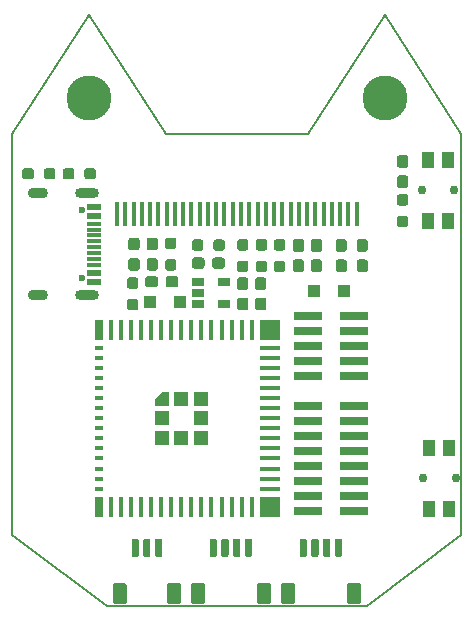
<source format=gbr>
%TF.GenerationSoftware,KiCad,Pcbnew,5.1.5+dfsg1-2build2*%
%TF.CreationDate,2022-05-20T22:28:17-07:00*%
%TF.ProjectId,v1.0-RubberNugget,76312e30-2d52-4756-9262-65724e756767,rev?*%
%TF.SameCoordinates,Original*%
%TF.FileFunction,Soldermask,Bot*%
%TF.FilePolarity,Negative*%
%FSLAX46Y46*%
G04 Gerber Fmt 4.6, Leading zero omitted, Abs format (unit mm)*
G04 Created by KiCad (PCBNEW 5.1.5+dfsg1-2build2) date 2022-05-20 22:28:17*
%MOMM*%
%LPD*%
G04 APERTURE LIST*
%TA.AperFunction,Profile*%
%ADD10C,0.200000*%
%TD*%
%ADD11R,0.400000X2.000000*%
%ADD12C,0.150000*%
%ADD13R,1.200000X1.200000*%
%ADD14R,1.800000X1.800000*%
%ADD15R,0.800000X1.800000*%
%ADD16R,0.800000X0.400000*%
%ADD17R,0.400000X1.800000*%
%ADD18R,1.800000X0.400000*%
%ADD19R,2.400000X0.740000*%
%ADD20C,3.800000*%
%ADD21R,1.000000X1.000000*%
%ADD22R,1.160000X0.600000*%
%ADD23C,0.600000*%
%ADD24R,1.160000X0.300000*%
%ADD25O,1.700000X0.900000*%
%ADD26O,2.000000X0.900000*%
%ADD27R,1.060000X0.650000*%
%ADD28C,0.750000*%
%ADD29R,1.000000X1.450000*%
G04 APERTURE END LIST*
D10*
X-19000000Y-17000000D02*
X-19000000Y17000000D01*
X-11000000Y-23000000D02*
X-19000000Y-17000000D01*
X11000000Y-23000000D02*
X-11000000Y-23000000D01*
X19000000Y-17000000D02*
X11000000Y-23000000D01*
X19000000Y17000000D02*
X19000000Y-17000000D01*
X12500000Y27000000D02*
X19000000Y17000000D01*
X6000000Y17000000D02*
X12500000Y27000000D01*
X-6000000Y17000000D02*
X6000000Y17000000D01*
X-12500000Y27000000D02*
X-6000000Y17000000D01*
X-19000000Y17000000D02*
X-12500000Y27000000D01*
D11*
%TO.C,U2*%
X10150000Y10160000D03*
X9450000Y10160000D03*
X8750000Y10160000D03*
X8050000Y10160000D03*
X7350000Y10160000D03*
X6650000Y10160000D03*
X5950000Y10160000D03*
X5250000Y10160000D03*
X4550000Y10160000D03*
X3850000Y10160000D03*
X3150000Y10160000D03*
X2450000Y10160000D03*
X1750000Y10160000D03*
X1050000Y10160000D03*
X350000Y10160000D03*
X-350000Y10160000D03*
X-1050000Y10160000D03*
X-1750000Y10160000D03*
X-2450000Y10160000D03*
X-3150000Y10160000D03*
X-3850000Y10160000D03*
X-4550000Y10160000D03*
X-5250000Y10160000D03*
X-5950000Y10160000D03*
X-6650000Y10160000D03*
X-7350000Y10160000D03*
X-8050000Y10160000D03*
X-8750000Y10160000D03*
X-9450000Y10160000D03*
X-10150000Y10160000D03*
%TD*%
D12*
%TO.C,C2*%
G36*
X2292779Y3102856D02*
G01*
X2315834Y3099437D01*
X2338443Y3093773D01*
X2360387Y3085921D01*
X2381457Y3075956D01*
X2401448Y3063974D01*
X2420168Y3050090D01*
X2437438Y3034438D01*
X2453090Y3017168D01*
X2466974Y2998448D01*
X2478956Y2978457D01*
X2488921Y2957387D01*
X2496773Y2935443D01*
X2502437Y2912834D01*
X2505856Y2889779D01*
X2507000Y2866500D01*
X2507000Y2266500D01*
X2505856Y2243221D01*
X2502437Y2220166D01*
X2496773Y2197557D01*
X2488921Y2175613D01*
X2478956Y2154543D01*
X2466974Y2134552D01*
X2453090Y2115832D01*
X2437438Y2098562D01*
X2420168Y2082910D01*
X2401448Y2069026D01*
X2381457Y2057044D01*
X2360387Y2047079D01*
X2338443Y2039227D01*
X2315834Y2033563D01*
X2292779Y2030144D01*
X2269500Y2029000D01*
X1794500Y2029000D01*
X1771221Y2030144D01*
X1748166Y2033563D01*
X1725557Y2039227D01*
X1703613Y2047079D01*
X1682543Y2057044D01*
X1662552Y2069026D01*
X1643832Y2082910D01*
X1626562Y2098562D01*
X1610910Y2115832D01*
X1597026Y2134552D01*
X1585044Y2154543D01*
X1575079Y2175613D01*
X1567227Y2197557D01*
X1561563Y2220166D01*
X1558144Y2243221D01*
X1557000Y2266500D01*
X1557000Y2866500D01*
X1558144Y2889779D01*
X1561563Y2912834D01*
X1567227Y2935443D01*
X1575079Y2957387D01*
X1585044Y2978457D01*
X1597026Y2998448D01*
X1610910Y3017168D01*
X1626562Y3034438D01*
X1643832Y3050090D01*
X1662552Y3063974D01*
X1682543Y3075956D01*
X1703613Y3085921D01*
X1725557Y3093773D01*
X1748166Y3099437D01*
X1771221Y3102856D01*
X1794500Y3104000D01*
X2269500Y3104000D01*
X2292779Y3102856D01*
G37*
G36*
X2292779Y4827856D02*
G01*
X2315834Y4824437D01*
X2338443Y4818773D01*
X2360387Y4810921D01*
X2381457Y4800956D01*
X2401448Y4788974D01*
X2420168Y4775090D01*
X2437438Y4759438D01*
X2453090Y4742168D01*
X2466974Y4723448D01*
X2478956Y4703457D01*
X2488921Y4682387D01*
X2496773Y4660443D01*
X2502437Y4637834D01*
X2505856Y4614779D01*
X2507000Y4591500D01*
X2507000Y3991500D01*
X2505856Y3968221D01*
X2502437Y3945166D01*
X2496773Y3922557D01*
X2488921Y3900613D01*
X2478956Y3879543D01*
X2466974Y3859552D01*
X2453090Y3840832D01*
X2437438Y3823562D01*
X2420168Y3807910D01*
X2401448Y3794026D01*
X2381457Y3782044D01*
X2360387Y3772079D01*
X2338443Y3764227D01*
X2315834Y3758563D01*
X2292779Y3755144D01*
X2269500Y3754000D01*
X1794500Y3754000D01*
X1771221Y3755144D01*
X1748166Y3758563D01*
X1725557Y3764227D01*
X1703613Y3772079D01*
X1682543Y3782044D01*
X1662552Y3794026D01*
X1643832Y3807910D01*
X1626562Y3823562D01*
X1610910Y3840832D01*
X1597026Y3859552D01*
X1585044Y3879543D01*
X1575079Y3900613D01*
X1567227Y3922557D01*
X1561563Y3945166D01*
X1558144Y3968221D01*
X1557000Y3991500D01*
X1557000Y4591500D01*
X1558144Y4614779D01*
X1561563Y4637834D01*
X1567227Y4660443D01*
X1575079Y4682387D01*
X1585044Y4703457D01*
X1597026Y4723448D01*
X1610910Y4742168D01*
X1626562Y4759438D01*
X1643832Y4775090D01*
X1662552Y4788974D01*
X1682543Y4800956D01*
X1703613Y4810921D01*
X1725557Y4818773D01*
X1748166Y4824437D01*
X1771221Y4827856D01*
X1794500Y4829000D01*
X2269500Y4829000D01*
X2292779Y4827856D01*
G37*
%TD*%
%TO.C,J3*%
G36*
X-9545495Y-21042204D02*
G01*
X-9521227Y-21045804D01*
X-9497428Y-21051765D01*
X-9474329Y-21060030D01*
X-9452150Y-21070520D01*
X-9431107Y-21083132D01*
X-9411401Y-21097747D01*
X-9393223Y-21114223D01*
X-9376747Y-21132401D01*
X-9362132Y-21152107D01*
X-9349520Y-21173150D01*
X-9339030Y-21195329D01*
X-9330765Y-21218428D01*
X-9324804Y-21242227D01*
X-9321204Y-21266495D01*
X-9320000Y-21290999D01*
X-9320000Y-22591001D01*
X-9321204Y-22615505D01*
X-9324804Y-22639773D01*
X-9330765Y-22663572D01*
X-9339030Y-22686671D01*
X-9349520Y-22708850D01*
X-9362132Y-22729893D01*
X-9376747Y-22749599D01*
X-9393223Y-22767777D01*
X-9411401Y-22784253D01*
X-9431107Y-22798868D01*
X-9452150Y-22811480D01*
X-9474329Y-22821970D01*
X-9497428Y-22830235D01*
X-9521227Y-22836196D01*
X-9545495Y-22839796D01*
X-9569999Y-22841000D01*
X-10270001Y-22841000D01*
X-10294505Y-22839796D01*
X-10318773Y-22836196D01*
X-10342572Y-22830235D01*
X-10365671Y-22821970D01*
X-10387850Y-22811480D01*
X-10408893Y-22798868D01*
X-10428599Y-22784253D01*
X-10446777Y-22767777D01*
X-10463253Y-22749599D01*
X-10477868Y-22729893D01*
X-10490480Y-22708850D01*
X-10500970Y-22686671D01*
X-10509235Y-22663572D01*
X-10515196Y-22639773D01*
X-10518796Y-22615505D01*
X-10520000Y-22591001D01*
X-10520000Y-21290999D01*
X-10518796Y-21266495D01*
X-10515196Y-21242227D01*
X-10509235Y-21218428D01*
X-10500970Y-21195329D01*
X-10490480Y-21173150D01*
X-10477868Y-21152107D01*
X-10463253Y-21132401D01*
X-10446777Y-21114223D01*
X-10428599Y-21097747D01*
X-10408893Y-21083132D01*
X-10387850Y-21070520D01*
X-10365671Y-21060030D01*
X-10342572Y-21051765D01*
X-10318773Y-21045804D01*
X-10294505Y-21042204D01*
X-10270001Y-21041000D01*
X-9569999Y-21041000D01*
X-9545495Y-21042204D01*
G37*
G36*
X-4945495Y-21042204D02*
G01*
X-4921227Y-21045804D01*
X-4897428Y-21051765D01*
X-4874329Y-21060030D01*
X-4852150Y-21070520D01*
X-4831107Y-21083132D01*
X-4811401Y-21097747D01*
X-4793223Y-21114223D01*
X-4776747Y-21132401D01*
X-4762132Y-21152107D01*
X-4749520Y-21173150D01*
X-4739030Y-21195329D01*
X-4730765Y-21218428D01*
X-4724804Y-21242227D01*
X-4721204Y-21266495D01*
X-4720000Y-21290999D01*
X-4720000Y-22591001D01*
X-4721204Y-22615505D01*
X-4724804Y-22639773D01*
X-4730765Y-22663572D01*
X-4739030Y-22686671D01*
X-4749520Y-22708850D01*
X-4762132Y-22729893D01*
X-4776747Y-22749599D01*
X-4793223Y-22767777D01*
X-4811401Y-22784253D01*
X-4831107Y-22798868D01*
X-4852150Y-22811480D01*
X-4874329Y-22821970D01*
X-4897428Y-22830235D01*
X-4921227Y-22836196D01*
X-4945495Y-22839796D01*
X-4969999Y-22841000D01*
X-5670001Y-22841000D01*
X-5694505Y-22839796D01*
X-5718773Y-22836196D01*
X-5742572Y-22830235D01*
X-5765671Y-22821970D01*
X-5787850Y-22811480D01*
X-5808893Y-22798868D01*
X-5828599Y-22784253D01*
X-5846777Y-22767777D01*
X-5863253Y-22749599D01*
X-5877868Y-22729893D01*
X-5890480Y-22708850D01*
X-5900970Y-22686671D01*
X-5909235Y-22663572D01*
X-5915196Y-22639773D01*
X-5918796Y-22615505D01*
X-5920000Y-22591001D01*
X-5920000Y-21290999D01*
X-5918796Y-21266495D01*
X-5915196Y-21242227D01*
X-5909235Y-21218428D01*
X-5900970Y-21195329D01*
X-5890480Y-21173150D01*
X-5877868Y-21152107D01*
X-5863253Y-21132401D01*
X-5846777Y-21114223D01*
X-5828599Y-21097747D01*
X-5808893Y-21083132D01*
X-5787850Y-21070520D01*
X-5765671Y-21060030D01*
X-5742572Y-21051765D01*
X-5718773Y-21045804D01*
X-5694505Y-21042204D01*
X-5670001Y-21041000D01*
X-4969999Y-21041000D01*
X-4945495Y-21042204D01*
G37*
G36*
X-8455297Y-17291722D02*
G01*
X-8440736Y-17293882D01*
X-8426457Y-17297459D01*
X-8412597Y-17302418D01*
X-8399290Y-17308712D01*
X-8386664Y-17316280D01*
X-8374841Y-17325048D01*
X-8363934Y-17334934D01*
X-8354048Y-17345841D01*
X-8345280Y-17357664D01*
X-8337712Y-17370290D01*
X-8331418Y-17383597D01*
X-8326459Y-17397457D01*
X-8322882Y-17411736D01*
X-8320722Y-17426297D01*
X-8320000Y-17441000D01*
X-8320000Y-18691000D01*
X-8320722Y-18705703D01*
X-8322882Y-18720264D01*
X-8326459Y-18734543D01*
X-8331418Y-18748403D01*
X-8337712Y-18761710D01*
X-8345280Y-18774336D01*
X-8354048Y-18786159D01*
X-8363934Y-18797066D01*
X-8374841Y-18806952D01*
X-8386664Y-18815720D01*
X-8399290Y-18823288D01*
X-8412597Y-18829582D01*
X-8426457Y-18834541D01*
X-8440736Y-18838118D01*
X-8455297Y-18840278D01*
X-8470000Y-18841000D01*
X-8770000Y-18841000D01*
X-8784703Y-18840278D01*
X-8799264Y-18838118D01*
X-8813543Y-18834541D01*
X-8827403Y-18829582D01*
X-8840710Y-18823288D01*
X-8853336Y-18815720D01*
X-8865159Y-18806952D01*
X-8876066Y-18797066D01*
X-8885952Y-18786159D01*
X-8894720Y-18774336D01*
X-8902288Y-18761710D01*
X-8908582Y-18748403D01*
X-8913541Y-18734543D01*
X-8917118Y-18720264D01*
X-8919278Y-18705703D01*
X-8920000Y-18691000D01*
X-8920000Y-17441000D01*
X-8919278Y-17426297D01*
X-8917118Y-17411736D01*
X-8913541Y-17397457D01*
X-8908582Y-17383597D01*
X-8902288Y-17370290D01*
X-8894720Y-17357664D01*
X-8885952Y-17345841D01*
X-8876066Y-17334934D01*
X-8865159Y-17325048D01*
X-8853336Y-17316280D01*
X-8840710Y-17308712D01*
X-8827403Y-17302418D01*
X-8813543Y-17297459D01*
X-8799264Y-17293882D01*
X-8784703Y-17291722D01*
X-8770000Y-17291000D01*
X-8470000Y-17291000D01*
X-8455297Y-17291722D01*
G37*
G36*
X-7455297Y-17291722D02*
G01*
X-7440736Y-17293882D01*
X-7426457Y-17297459D01*
X-7412597Y-17302418D01*
X-7399290Y-17308712D01*
X-7386664Y-17316280D01*
X-7374841Y-17325048D01*
X-7363934Y-17334934D01*
X-7354048Y-17345841D01*
X-7345280Y-17357664D01*
X-7337712Y-17370290D01*
X-7331418Y-17383597D01*
X-7326459Y-17397457D01*
X-7322882Y-17411736D01*
X-7320722Y-17426297D01*
X-7320000Y-17441000D01*
X-7320000Y-18691000D01*
X-7320722Y-18705703D01*
X-7322882Y-18720264D01*
X-7326459Y-18734543D01*
X-7331418Y-18748403D01*
X-7337712Y-18761710D01*
X-7345280Y-18774336D01*
X-7354048Y-18786159D01*
X-7363934Y-18797066D01*
X-7374841Y-18806952D01*
X-7386664Y-18815720D01*
X-7399290Y-18823288D01*
X-7412597Y-18829582D01*
X-7426457Y-18834541D01*
X-7440736Y-18838118D01*
X-7455297Y-18840278D01*
X-7470000Y-18841000D01*
X-7770000Y-18841000D01*
X-7784703Y-18840278D01*
X-7799264Y-18838118D01*
X-7813543Y-18834541D01*
X-7827403Y-18829582D01*
X-7840710Y-18823288D01*
X-7853336Y-18815720D01*
X-7865159Y-18806952D01*
X-7876066Y-18797066D01*
X-7885952Y-18786159D01*
X-7894720Y-18774336D01*
X-7902288Y-18761710D01*
X-7908582Y-18748403D01*
X-7913541Y-18734543D01*
X-7917118Y-18720264D01*
X-7919278Y-18705703D01*
X-7920000Y-18691000D01*
X-7920000Y-17441000D01*
X-7919278Y-17426297D01*
X-7917118Y-17411736D01*
X-7913541Y-17397457D01*
X-7908582Y-17383597D01*
X-7902288Y-17370290D01*
X-7894720Y-17357664D01*
X-7885952Y-17345841D01*
X-7876066Y-17334934D01*
X-7865159Y-17325048D01*
X-7853336Y-17316280D01*
X-7840710Y-17308712D01*
X-7827403Y-17302418D01*
X-7813543Y-17297459D01*
X-7799264Y-17293882D01*
X-7784703Y-17291722D01*
X-7770000Y-17291000D01*
X-7470000Y-17291000D01*
X-7455297Y-17291722D01*
G37*
G36*
X-6455297Y-17291722D02*
G01*
X-6440736Y-17293882D01*
X-6426457Y-17297459D01*
X-6412597Y-17302418D01*
X-6399290Y-17308712D01*
X-6386664Y-17316280D01*
X-6374841Y-17325048D01*
X-6363934Y-17334934D01*
X-6354048Y-17345841D01*
X-6345280Y-17357664D01*
X-6337712Y-17370290D01*
X-6331418Y-17383597D01*
X-6326459Y-17397457D01*
X-6322882Y-17411736D01*
X-6320722Y-17426297D01*
X-6320000Y-17441000D01*
X-6320000Y-18691000D01*
X-6320722Y-18705703D01*
X-6322882Y-18720264D01*
X-6326459Y-18734543D01*
X-6331418Y-18748403D01*
X-6337712Y-18761710D01*
X-6345280Y-18774336D01*
X-6354048Y-18786159D01*
X-6363934Y-18797066D01*
X-6374841Y-18806952D01*
X-6386664Y-18815720D01*
X-6399290Y-18823288D01*
X-6412597Y-18829582D01*
X-6426457Y-18834541D01*
X-6440736Y-18838118D01*
X-6455297Y-18840278D01*
X-6470000Y-18841000D01*
X-6770000Y-18841000D01*
X-6784703Y-18840278D01*
X-6799264Y-18838118D01*
X-6813543Y-18834541D01*
X-6827403Y-18829582D01*
X-6840710Y-18823288D01*
X-6853336Y-18815720D01*
X-6865159Y-18806952D01*
X-6876066Y-18797066D01*
X-6885952Y-18786159D01*
X-6894720Y-18774336D01*
X-6902288Y-18761710D01*
X-6908582Y-18748403D01*
X-6913541Y-18734543D01*
X-6917118Y-18720264D01*
X-6919278Y-18705703D01*
X-6920000Y-18691000D01*
X-6920000Y-17441000D01*
X-6919278Y-17426297D01*
X-6917118Y-17411736D01*
X-6913541Y-17397457D01*
X-6908582Y-17383597D01*
X-6902288Y-17370290D01*
X-6894720Y-17357664D01*
X-6885952Y-17345841D01*
X-6876066Y-17334934D01*
X-6865159Y-17325048D01*
X-6853336Y-17316280D01*
X-6840710Y-17308712D01*
X-6827403Y-17302418D01*
X-6813543Y-17297459D01*
X-6799264Y-17293882D01*
X-6784703Y-17291722D01*
X-6770000Y-17291000D01*
X-6470000Y-17291000D01*
X-6455297Y-17291722D01*
G37*
%TD*%
D13*
%TO.C,U1*%
X-3049000Y-5462000D03*
X-3049000Y-8762000D03*
X-6349000Y-8762000D03*
D12*
G36*
X-6949000Y-6062000D02*
G01*
X-6949000Y-5462000D01*
X-6349000Y-4862000D01*
X-5749000Y-4862000D01*
X-5749000Y-6062000D01*
X-6949000Y-6062000D01*
G37*
D13*
X-3049000Y-7112000D03*
X-4699000Y-5462000D03*
X-6349000Y-7112000D03*
X-4699000Y-8762000D03*
D14*
X2801000Y-14612000D03*
X2801000Y388000D03*
D15*
X-11699000Y-14612000D03*
X-11699000Y388000D03*
D16*
X-11699000Y-1162000D03*
X-11699000Y-2012000D03*
X-11699000Y-2862000D03*
X-11699000Y-3712000D03*
X-11699000Y-4562000D03*
X-11699000Y-5412000D03*
X-11699000Y-6262000D03*
X-11699000Y-7112000D03*
X-11699000Y-7962000D03*
X-11699000Y-8812000D03*
X-11699000Y-9662000D03*
X-11699000Y-10512000D03*
X-11699000Y-11362000D03*
X-11699000Y-12212000D03*
X-11699000Y-13062000D03*
D17*
X-10649000Y-14612000D03*
X-9799000Y-14620000D03*
X-8949000Y-14620000D03*
X-8099000Y-14620000D03*
X-7249000Y-14620000D03*
X-6399000Y-14620000D03*
X-5549000Y-14620000D03*
X-4699000Y-14620000D03*
X-3849000Y-14620000D03*
X-2999000Y-14620000D03*
X-2149000Y-14620000D03*
X-1299000Y-14620000D03*
X-449000Y-14620000D03*
X401000Y-14620000D03*
X1251000Y-14620000D03*
D18*
X2801000Y-13062000D03*
X2801000Y-12212000D03*
X2801000Y-11362000D03*
X2801000Y-10512000D03*
X2801000Y-9662000D03*
X2801000Y-8812000D03*
X2801000Y-7962000D03*
X2801000Y-7112000D03*
X2801000Y-6262000D03*
X2801000Y-5412000D03*
X2801000Y-4562000D03*
X2801000Y-3712000D03*
X2801000Y-2862000D03*
X2801000Y-2012000D03*
X2801000Y-1162000D03*
D17*
X1251000Y396000D03*
X401000Y396000D03*
X-449000Y396000D03*
X-1299000Y396000D03*
X-2149000Y396000D03*
X-2999000Y396000D03*
X-3849000Y396000D03*
X-4699000Y396000D03*
X-5549000Y396000D03*
X-6399000Y396000D03*
X-7249000Y396000D03*
X-8099000Y396000D03*
X-8949000Y396000D03*
X-9799000Y396000D03*
X-10649000Y388000D03*
%TD*%
D19*
%TO.C,J6*%
X6050000Y-3540000D03*
X9950000Y-3540000D03*
X6050000Y-2270000D03*
X9950000Y-2270000D03*
X6050000Y-1000000D03*
X9950000Y-1000000D03*
X6050000Y270000D03*
X9950000Y270000D03*
X6050000Y1540000D03*
X9950000Y1540000D03*
%TD*%
D20*
%TO.C,*%
X12500000Y20000000D03*
%TD*%
%TO.C,REF\002A\002A*%
X-12500000Y20000000D03*
%TD*%
D12*
%TO.C,J5*%
G36*
X4686505Y-21042204D02*
G01*
X4710773Y-21045804D01*
X4734572Y-21051765D01*
X4757671Y-21060030D01*
X4779850Y-21070520D01*
X4800893Y-21083132D01*
X4820599Y-21097747D01*
X4838777Y-21114223D01*
X4855253Y-21132401D01*
X4869868Y-21152107D01*
X4882480Y-21173150D01*
X4892970Y-21195329D01*
X4901235Y-21218428D01*
X4907196Y-21242227D01*
X4910796Y-21266495D01*
X4912000Y-21290999D01*
X4912000Y-22591001D01*
X4910796Y-22615505D01*
X4907196Y-22639773D01*
X4901235Y-22663572D01*
X4892970Y-22686671D01*
X4882480Y-22708850D01*
X4869868Y-22729893D01*
X4855253Y-22749599D01*
X4838777Y-22767777D01*
X4820599Y-22784253D01*
X4800893Y-22798868D01*
X4779850Y-22811480D01*
X4757671Y-22821970D01*
X4734572Y-22830235D01*
X4710773Y-22836196D01*
X4686505Y-22839796D01*
X4662001Y-22841000D01*
X3961999Y-22841000D01*
X3937495Y-22839796D01*
X3913227Y-22836196D01*
X3889428Y-22830235D01*
X3866329Y-22821970D01*
X3844150Y-22811480D01*
X3823107Y-22798868D01*
X3803401Y-22784253D01*
X3785223Y-22767777D01*
X3768747Y-22749599D01*
X3754132Y-22729893D01*
X3741520Y-22708850D01*
X3731030Y-22686671D01*
X3722765Y-22663572D01*
X3716804Y-22639773D01*
X3713204Y-22615505D01*
X3712000Y-22591001D01*
X3712000Y-21290999D01*
X3713204Y-21266495D01*
X3716804Y-21242227D01*
X3722765Y-21218428D01*
X3731030Y-21195329D01*
X3741520Y-21173150D01*
X3754132Y-21152107D01*
X3768747Y-21132401D01*
X3785223Y-21114223D01*
X3803401Y-21097747D01*
X3823107Y-21083132D01*
X3844150Y-21070520D01*
X3866329Y-21060030D01*
X3889428Y-21051765D01*
X3913227Y-21045804D01*
X3937495Y-21042204D01*
X3961999Y-21041000D01*
X4662001Y-21041000D01*
X4686505Y-21042204D01*
G37*
G36*
X10286505Y-21042204D02*
G01*
X10310773Y-21045804D01*
X10334572Y-21051765D01*
X10357671Y-21060030D01*
X10379850Y-21070520D01*
X10400893Y-21083132D01*
X10420599Y-21097747D01*
X10438777Y-21114223D01*
X10455253Y-21132401D01*
X10469868Y-21152107D01*
X10482480Y-21173150D01*
X10492970Y-21195329D01*
X10501235Y-21218428D01*
X10507196Y-21242227D01*
X10510796Y-21266495D01*
X10512000Y-21290999D01*
X10512000Y-22591001D01*
X10510796Y-22615505D01*
X10507196Y-22639773D01*
X10501235Y-22663572D01*
X10492970Y-22686671D01*
X10482480Y-22708850D01*
X10469868Y-22729893D01*
X10455253Y-22749599D01*
X10438777Y-22767777D01*
X10420599Y-22784253D01*
X10400893Y-22798868D01*
X10379850Y-22811480D01*
X10357671Y-22821970D01*
X10334572Y-22830235D01*
X10310773Y-22836196D01*
X10286505Y-22839796D01*
X10262001Y-22841000D01*
X9561999Y-22841000D01*
X9537495Y-22839796D01*
X9513227Y-22836196D01*
X9489428Y-22830235D01*
X9466329Y-22821970D01*
X9444150Y-22811480D01*
X9423107Y-22798868D01*
X9403401Y-22784253D01*
X9385223Y-22767777D01*
X9368747Y-22749599D01*
X9354132Y-22729893D01*
X9341520Y-22708850D01*
X9331030Y-22686671D01*
X9322765Y-22663572D01*
X9316804Y-22639773D01*
X9313204Y-22615505D01*
X9312000Y-22591001D01*
X9312000Y-21290999D01*
X9313204Y-21266495D01*
X9316804Y-21242227D01*
X9322765Y-21218428D01*
X9331030Y-21195329D01*
X9341520Y-21173150D01*
X9354132Y-21152107D01*
X9368747Y-21132401D01*
X9385223Y-21114223D01*
X9403401Y-21097747D01*
X9423107Y-21083132D01*
X9444150Y-21070520D01*
X9466329Y-21060030D01*
X9489428Y-21051765D01*
X9513227Y-21045804D01*
X9537495Y-21042204D01*
X9561999Y-21041000D01*
X10262001Y-21041000D01*
X10286505Y-21042204D01*
G37*
G36*
X5776703Y-17291722D02*
G01*
X5791264Y-17293882D01*
X5805543Y-17297459D01*
X5819403Y-17302418D01*
X5832710Y-17308712D01*
X5845336Y-17316280D01*
X5857159Y-17325048D01*
X5868066Y-17334934D01*
X5877952Y-17345841D01*
X5886720Y-17357664D01*
X5894288Y-17370290D01*
X5900582Y-17383597D01*
X5905541Y-17397457D01*
X5909118Y-17411736D01*
X5911278Y-17426297D01*
X5912000Y-17441000D01*
X5912000Y-18691000D01*
X5911278Y-18705703D01*
X5909118Y-18720264D01*
X5905541Y-18734543D01*
X5900582Y-18748403D01*
X5894288Y-18761710D01*
X5886720Y-18774336D01*
X5877952Y-18786159D01*
X5868066Y-18797066D01*
X5857159Y-18806952D01*
X5845336Y-18815720D01*
X5832710Y-18823288D01*
X5819403Y-18829582D01*
X5805543Y-18834541D01*
X5791264Y-18838118D01*
X5776703Y-18840278D01*
X5762000Y-18841000D01*
X5462000Y-18841000D01*
X5447297Y-18840278D01*
X5432736Y-18838118D01*
X5418457Y-18834541D01*
X5404597Y-18829582D01*
X5391290Y-18823288D01*
X5378664Y-18815720D01*
X5366841Y-18806952D01*
X5355934Y-18797066D01*
X5346048Y-18786159D01*
X5337280Y-18774336D01*
X5329712Y-18761710D01*
X5323418Y-18748403D01*
X5318459Y-18734543D01*
X5314882Y-18720264D01*
X5312722Y-18705703D01*
X5312000Y-18691000D01*
X5312000Y-17441000D01*
X5312722Y-17426297D01*
X5314882Y-17411736D01*
X5318459Y-17397457D01*
X5323418Y-17383597D01*
X5329712Y-17370290D01*
X5337280Y-17357664D01*
X5346048Y-17345841D01*
X5355934Y-17334934D01*
X5366841Y-17325048D01*
X5378664Y-17316280D01*
X5391290Y-17308712D01*
X5404597Y-17302418D01*
X5418457Y-17297459D01*
X5432736Y-17293882D01*
X5447297Y-17291722D01*
X5462000Y-17291000D01*
X5762000Y-17291000D01*
X5776703Y-17291722D01*
G37*
G36*
X6776703Y-17291722D02*
G01*
X6791264Y-17293882D01*
X6805543Y-17297459D01*
X6819403Y-17302418D01*
X6832710Y-17308712D01*
X6845336Y-17316280D01*
X6857159Y-17325048D01*
X6868066Y-17334934D01*
X6877952Y-17345841D01*
X6886720Y-17357664D01*
X6894288Y-17370290D01*
X6900582Y-17383597D01*
X6905541Y-17397457D01*
X6909118Y-17411736D01*
X6911278Y-17426297D01*
X6912000Y-17441000D01*
X6912000Y-18691000D01*
X6911278Y-18705703D01*
X6909118Y-18720264D01*
X6905541Y-18734543D01*
X6900582Y-18748403D01*
X6894288Y-18761710D01*
X6886720Y-18774336D01*
X6877952Y-18786159D01*
X6868066Y-18797066D01*
X6857159Y-18806952D01*
X6845336Y-18815720D01*
X6832710Y-18823288D01*
X6819403Y-18829582D01*
X6805543Y-18834541D01*
X6791264Y-18838118D01*
X6776703Y-18840278D01*
X6762000Y-18841000D01*
X6462000Y-18841000D01*
X6447297Y-18840278D01*
X6432736Y-18838118D01*
X6418457Y-18834541D01*
X6404597Y-18829582D01*
X6391290Y-18823288D01*
X6378664Y-18815720D01*
X6366841Y-18806952D01*
X6355934Y-18797066D01*
X6346048Y-18786159D01*
X6337280Y-18774336D01*
X6329712Y-18761710D01*
X6323418Y-18748403D01*
X6318459Y-18734543D01*
X6314882Y-18720264D01*
X6312722Y-18705703D01*
X6312000Y-18691000D01*
X6312000Y-17441000D01*
X6312722Y-17426297D01*
X6314882Y-17411736D01*
X6318459Y-17397457D01*
X6323418Y-17383597D01*
X6329712Y-17370290D01*
X6337280Y-17357664D01*
X6346048Y-17345841D01*
X6355934Y-17334934D01*
X6366841Y-17325048D01*
X6378664Y-17316280D01*
X6391290Y-17308712D01*
X6404597Y-17302418D01*
X6418457Y-17297459D01*
X6432736Y-17293882D01*
X6447297Y-17291722D01*
X6462000Y-17291000D01*
X6762000Y-17291000D01*
X6776703Y-17291722D01*
G37*
G36*
X7776703Y-17291722D02*
G01*
X7791264Y-17293882D01*
X7805543Y-17297459D01*
X7819403Y-17302418D01*
X7832710Y-17308712D01*
X7845336Y-17316280D01*
X7857159Y-17325048D01*
X7868066Y-17334934D01*
X7877952Y-17345841D01*
X7886720Y-17357664D01*
X7894288Y-17370290D01*
X7900582Y-17383597D01*
X7905541Y-17397457D01*
X7909118Y-17411736D01*
X7911278Y-17426297D01*
X7912000Y-17441000D01*
X7912000Y-18691000D01*
X7911278Y-18705703D01*
X7909118Y-18720264D01*
X7905541Y-18734543D01*
X7900582Y-18748403D01*
X7894288Y-18761710D01*
X7886720Y-18774336D01*
X7877952Y-18786159D01*
X7868066Y-18797066D01*
X7857159Y-18806952D01*
X7845336Y-18815720D01*
X7832710Y-18823288D01*
X7819403Y-18829582D01*
X7805543Y-18834541D01*
X7791264Y-18838118D01*
X7776703Y-18840278D01*
X7762000Y-18841000D01*
X7462000Y-18841000D01*
X7447297Y-18840278D01*
X7432736Y-18838118D01*
X7418457Y-18834541D01*
X7404597Y-18829582D01*
X7391290Y-18823288D01*
X7378664Y-18815720D01*
X7366841Y-18806952D01*
X7355934Y-18797066D01*
X7346048Y-18786159D01*
X7337280Y-18774336D01*
X7329712Y-18761710D01*
X7323418Y-18748403D01*
X7318459Y-18734543D01*
X7314882Y-18720264D01*
X7312722Y-18705703D01*
X7312000Y-18691000D01*
X7312000Y-17441000D01*
X7312722Y-17426297D01*
X7314882Y-17411736D01*
X7318459Y-17397457D01*
X7323418Y-17383597D01*
X7329712Y-17370290D01*
X7337280Y-17357664D01*
X7346048Y-17345841D01*
X7355934Y-17334934D01*
X7366841Y-17325048D01*
X7378664Y-17316280D01*
X7391290Y-17308712D01*
X7404597Y-17302418D01*
X7418457Y-17297459D01*
X7432736Y-17293882D01*
X7447297Y-17291722D01*
X7462000Y-17291000D01*
X7762000Y-17291000D01*
X7776703Y-17291722D01*
G37*
G36*
X8776703Y-17291722D02*
G01*
X8791264Y-17293882D01*
X8805543Y-17297459D01*
X8819403Y-17302418D01*
X8832710Y-17308712D01*
X8845336Y-17316280D01*
X8857159Y-17325048D01*
X8868066Y-17334934D01*
X8877952Y-17345841D01*
X8886720Y-17357664D01*
X8894288Y-17370290D01*
X8900582Y-17383597D01*
X8905541Y-17397457D01*
X8909118Y-17411736D01*
X8911278Y-17426297D01*
X8912000Y-17441000D01*
X8912000Y-18691000D01*
X8911278Y-18705703D01*
X8909118Y-18720264D01*
X8905541Y-18734543D01*
X8900582Y-18748403D01*
X8894288Y-18761710D01*
X8886720Y-18774336D01*
X8877952Y-18786159D01*
X8868066Y-18797066D01*
X8857159Y-18806952D01*
X8845336Y-18815720D01*
X8832710Y-18823288D01*
X8819403Y-18829582D01*
X8805543Y-18834541D01*
X8791264Y-18838118D01*
X8776703Y-18840278D01*
X8762000Y-18841000D01*
X8462000Y-18841000D01*
X8447297Y-18840278D01*
X8432736Y-18838118D01*
X8418457Y-18834541D01*
X8404597Y-18829582D01*
X8391290Y-18823288D01*
X8378664Y-18815720D01*
X8366841Y-18806952D01*
X8355934Y-18797066D01*
X8346048Y-18786159D01*
X8337280Y-18774336D01*
X8329712Y-18761710D01*
X8323418Y-18748403D01*
X8318459Y-18734543D01*
X8314882Y-18720264D01*
X8312722Y-18705703D01*
X8312000Y-18691000D01*
X8312000Y-17441000D01*
X8312722Y-17426297D01*
X8314882Y-17411736D01*
X8318459Y-17397457D01*
X8323418Y-17383597D01*
X8329712Y-17370290D01*
X8337280Y-17357664D01*
X8346048Y-17345841D01*
X8355934Y-17334934D01*
X8366841Y-17325048D01*
X8378664Y-17316280D01*
X8391290Y-17308712D01*
X8404597Y-17302418D01*
X8418457Y-17297459D01*
X8432736Y-17293882D01*
X8447297Y-17291722D01*
X8462000Y-17291000D01*
X8762000Y-17291000D01*
X8776703Y-17291722D01*
G37*
%TD*%
D19*
%TO.C,J4*%
X6050000Y-14945000D03*
X9950000Y-14945000D03*
X6050000Y-13675000D03*
X9950000Y-13675000D03*
X6050000Y-12405000D03*
X9950000Y-12405000D03*
X6050000Y-11135000D03*
X9950000Y-11135000D03*
X6050000Y-9865000D03*
X9950000Y-9865000D03*
X6050000Y-8595000D03*
X9950000Y-8595000D03*
X6050000Y-7325000D03*
X9950000Y-7325000D03*
X6050000Y-6055000D03*
X9950000Y-6055000D03*
%TD*%
D21*
%TO.C,D2*%
X-7346000Y2730500D03*
X-4846000Y2730500D03*
%TD*%
D12*
%TO.C,R5*%
G36*
X-8565721Y3002856D02*
G01*
X-8542666Y2999437D01*
X-8520057Y2993773D01*
X-8498113Y2985921D01*
X-8477043Y2975956D01*
X-8457052Y2963974D01*
X-8438332Y2950090D01*
X-8421062Y2934438D01*
X-8405410Y2917168D01*
X-8391526Y2898448D01*
X-8379544Y2878457D01*
X-8369579Y2857387D01*
X-8361727Y2835443D01*
X-8356063Y2812834D01*
X-8352644Y2789779D01*
X-8351500Y2766500D01*
X-8351500Y2266500D01*
X-8352644Y2243221D01*
X-8356063Y2220166D01*
X-8361727Y2197557D01*
X-8369579Y2175613D01*
X-8379544Y2154543D01*
X-8391526Y2134552D01*
X-8405410Y2115832D01*
X-8421062Y2098562D01*
X-8438332Y2082910D01*
X-8457052Y2069026D01*
X-8477043Y2057044D01*
X-8498113Y2047079D01*
X-8520057Y2039227D01*
X-8542666Y2033563D01*
X-8565721Y2030144D01*
X-8589000Y2029000D01*
X-9064000Y2029000D01*
X-9087279Y2030144D01*
X-9110334Y2033563D01*
X-9132943Y2039227D01*
X-9154887Y2047079D01*
X-9175957Y2057044D01*
X-9195948Y2069026D01*
X-9214668Y2082910D01*
X-9231938Y2098562D01*
X-9247590Y2115832D01*
X-9261474Y2134552D01*
X-9273456Y2154543D01*
X-9283421Y2175613D01*
X-9291273Y2197557D01*
X-9296937Y2220166D01*
X-9300356Y2243221D01*
X-9301500Y2266500D01*
X-9301500Y2766500D01*
X-9300356Y2789779D01*
X-9296937Y2812834D01*
X-9291273Y2835443D01*
X-9283421Y2857387D01*
X-9273456Y2878457D01*
X-9261474Y2898448D01*
X-9247590Y2917168D01*
X-9231938Y2934438D01*
X-9214668Y2950090D01*
X-9195948Y2963974D01*
X-9175957Y2975956D01*
X-9154887Y2985921D01*
X-9132943Y2993773D01*
X-9110334Y2999437D01*
X-9087279Y3002856D01*
X-9064000Y3004000D01*
X-8589000Y3004000D01*
X-8565721Y3002856D01*
G37*
G36*
X-8565721Y4827856D02*
G01*
X-8542666Y4824437D01*
X-8520057Y4818773D01*
X-8498113Y4810921D01*
X-8477043Y4800956D01*
X-8457052Y4788974D01*
X-8438332Y4775090D01*
X-8421062Y4759438D01*
X-8405410Y4742168D01*
X-8391526Y4723448D01*
X-8379544Y4703457D01*
X-8369579Y4682387D01*
X-8361727Y4660443D01*
X-8356063Y4637834D01*
X-8352644Y4614779D01*
X-8351500Y4591500D01*
X-8351500Y4091500D01*
X-8352644Y4068221D01*
X-8356063Y4045166D01*
X-8361727Y4022557D01*
X-8369579Y4000613D01*
X-8379544Y3979543D01*
X-8391526Y3959552D01*
X-8405410Y3940832D01*
X-8421062Y3923562D01*
X-8438332Y3907910D01*
X-8457052Y3894026D01*
X-8477043Y3882044D01*
X-8498113Y3872079D01*
X-8520057Y3864227D01*
X-8542666Y3858563D01*
X-8565721Y3855144D01*
X-8589000Y3854000D01*
X-9064000Y3854000D01*
X-9087279Y3855144D01*
X-9110334Y3858563D01*
X-9132943Y3864227D01*
X-9154887Y3872079D01*
X-9175957Y3882044D01*
X-9195948Y3894026D01*
X-9214668Y3907910D01*
X-9231938Y3923562D01*
X-9247590Y3940832D01*
X-9261474Y3959552D01*
X-9273456Y3979543D01*
X-9283421Y4000613D01*
X-9291273Y4022557D01*
X-9296937Y4045166D01*
X-9300356Y4068221D01*
X-9301500Y4091500D01*
X-9301500Y4591500D01*
X-9300356Y4614779D01*
X-9296937Y4637834D01*
X-9291273Y4660443D01*
X-9283421Y4682387D01*
X-9273456Y4703457D01*
X-9261474Y4723448D01*
X-9247590Y4742168D01*
X-9231938Y4759438D01*
X-9214668Y4775090D01*
X-9195948Y4788974D01*
X-9175957Y4800956D01*
X-9154887Y4810921D01*
X-9132943Y4818773D01*
X-9110334Y4824437D01*
X-9087279Y4827856D01*
X-9064000Y4829000D01*
X-8589000Y4829000D01*
X-8565721Y4827856D01*
G37*
%TD*%
%TO.C,C1*%
G36*
X14294279Y15178356D02*
G01*
X14317334Y15174937D01*
X14339943Y15169273D01*
X14361887Y15161421D01*
X14382957Y15151456D01*
X14402948Y15139474D01*
X14421668Y15125590D01*
X14438938Y15109938D01*
X14454590Y15092668D01*
X14468474Y15073948D01*
X14480456Y15053957D01*
X14490421Y15032887D01*
X14498273Y15010943D01*
X14503937Y14988334D01*
X14507356Y14965279D01*
X14508500Y14942000D01*
X14508500Y14342000D01*
X14507356Y14318721D01*
X14503937Y14295666D01*
X14498273Y14273057D01*
X14490421Y14251113D01*
X14480456Y14230043D01*
X14468474Y14210052D01*
X14454590Y14191332D01*
X14438938Y14174062D01*
X14421668Y14158410D01*
X14402948Y14144526D01*
X14382957Y14132544D01*
X14361887Y14122579D01*
X14339943Y14114727D01*
X14317334Y14109063D01*
X14294279Y14105644D01*
X14271000Y14104500D01*
X13796000Y14104500D01*
X13772721Y14105644D01*
X13749666Y14109063D01*
X13727057Y14114727D01*
X13705113Y14122579D01*
X13684043Y14132544D01*
X13664052Y14144526D01*
X13645332Y14158410D01*
X13628062Y14174062D01*
X13612410Y14191332D01*
X13598526Y14210052D01*
X13586544Y14230043D01*
X13576579Y14251113D01*
X13568727Y14273057D01*
X13563063Y14295666D01*
X13559644Y14318721D01*
X13558500Y14342000D01*
X13558500Y14942000D01*
X13559644Y14965279D01*
X13563063Y14988334D01*
X13568727Y15010943D01*
X13576579Y15032887D01*
X13586544Y15053957D01*
X13598526Y15073948D01*
X13612410Y15092668D01*
X13628062Y15109938D01*
X13645332Y15125590D01*
X13664052Y15139474D01*
X13684043Y15151456D01*
X13705113Y15161421D01*
X13727057Y15169273D01*
X13749666Y15174937D01*
X13772721Y15178356D01*
X13796000Y15179500D01*
X14271000Y15179500D01*
X14294279Y15178356D01*
G37*
G36*
X14294279Y13453356D02*
G01*
X14317334Y13449937D01*
X14339943Y13444273D01*
X14361887Y13436421D01*
X14382957Y13426456D01*
X14402948Y13414474D01*
X14421668Y13400590D01*
X14438938Y13384938D01*
X14454590Y13367668D01*
X14468474Y13348948D01*
X14480456Y13328957D01*
X14490421Y13307887D01*
X14498273Y13285943D01*
X14503937Y13263334D01*
X14507356Y13240279D01*
X14508500Y13217000D01*
X14508500Y12617000D01*
X14507356Y12593721D01*
X14503937Y12570666D01*
X14498273Y12548057D01*
X14490421Y12526113D01*
X14480456Y12505043D01*
X14468474Y12485052D01*
X14454590Y12466332D01*
X14438938Y12449062D01*
X14421668Y12433410D01*
X14402948Y12419526D01*
X14382957Y12407544D01*
X14361887Y12397579D01*
X14339943Y12389727D01*
X14317334Y12384063D01*
X14294279Y12380644D01*
X14271000Y12379500D01*
X13796000Y12379500D01*
X13772721Y12380644D01*
X13749666Y12384063D01*
X13727057Y12389727D01*
X13705113Y12397579D01*
X13684043Y12407544D01*
X13664052Y12419526D01*
X13645332Y12433410D01*
X13628062Y12449062D01*
X13612410Y12466332D01*
X13598526Y12485052D01*
X13586544Y12505043D01*
X13576579Y12526113D01*
X13568727Y12548057D01*
X13563063Y12570666D01*
X13559644Y12593721D01*
X13558500Y12617000D01*
X13558500Y13217000D01*
X13559644Y13240279D01*
X13563063Y13263334D01*
X13568727Y13285943D01*
X13576579Y13307887D01*
X13586544Y13328957D01*
X13598526Y13348948D01*
X13612410Y13367668D01*
X13628062Y13384938D01*
X13645332Y13400590D01*
X13664052Y13414474D01*
X13684043Y13426456D01*
X13705113Y13436421D01*
X13727057Y13444273D01*
X13749666Y13449937D01*
X13772721Y13453356D01*
X13796000Y13454500D01*
X14271000Y13454500D01*
X14294279Y13453356D01*
G37*
%TD*%
%TO.C,R3*%
G36*
X14294279Y11876356D02*
G01*
X14317334Y11872937D01*
X14339943Y11867273D01*
X14361887Y11859421D01*
X14382957Y11849456D01*
X14402948Y11837474D01*
X14421668Y11823590D01*
X14438938Y11807938D01*
X14454590Y11790668D01*
X14468474Y11771948D01*
X14480456Y11751957D01*
X14490421Y11730887D01*
X14498273Y11708943D01*
X14503937Y11686334D01*
X14507356Y11663279D01*
X14508500Y11640000D01*
X14508500Y11140000D01*
X14507356Y11116721D01*
X14503937Y11093666D01*
X14498273Y11071057D01*
X14490421Y11049113D01*
X14480456Y11028043D01*
X14468474Y11008052D01*
X14454590Y10989332D01*
X14438938Y10972062D01*
X14421668Y10956410D01*
X14402948Y10942526D01*
X14382957Y10930544D01*
X14361887Y10920579D01*
X14339943Y10912727D01*
X14317334Y10907063D01*
X14294279Y10903644D01*
X14271000Y10902500D01*
X13796000Y10902500D01*
X13772721Y10903644D01*
X13749666Y10907063D01*
X13727057Y10912727D01*
X13705113Y10920579D01*
X13684043Y10930544D01*
X13664052Y10942526D01*
X13645332Y10956410D01*
X13628062Y10972062D01*
X13612410Y10989332D01*
X13598526Y11008052D01*
X13586544Y11028043D01*
X13576579Y11049113D01*
X13568727Y11071057D01*
X13563063Y11093666D01*
X13559644Y11116721D01*
X13558500Y11140000D01*
X13558500Y11640000D01*
X13559644Y11663279D01*
X13563063Y11686334D01*
X13568727Y11708943D01*
X13576579Y11730887D01*
X13586544Y11751957D01*
X13598526Y11771948D01*
X13612410Y11790668D01*
X13628062Y11807938D01*
X13645332Y11823590D01*
X13664052Y11837474D01*
X13684043Y11849456D01*
X13705113Y11859421D01*
X13727057Y11867273D01*
X13749666Y11872937D01*
X13772721Y11876356D01*
X13796000Y11877500D01*
X14271000Y11877500D01*
X14294279Y11876356D01*
G37*
G36*
X14294279Y10051356D02*
G01*
X14317334Y10047937D01*
X14339943Y10042273D01*
X14361887Y10034421D01*
X14382957Y10024456D01*
X14402948Y10012474D01*
X14421668Y9998590D01*
X14438938Y9982938D01*
X14454590Y9965668D01*
X14468474Y9946948D01*
X14480456Y9926957D01*
X14490421Y9905887D01*
X14498273Y9883943D01*
X14503937Y9861334D01*
X14507356Y9838279D01*
X14508500Y9815000D01*
X14508500Y9315000D01*
X14507356Y9291721D01*
X14503937Y9268666D01*
X14498273Y9246057D01*
X14490421Y9224113D01*
X14480456Y9203043D01*
X14468474Y9183052D01*
X14454590Y9164332D01*
X14438938Y9147062D01*
X14421668Y9131410D01*
X14402948Y9117526D01*
X14382957Y9105544D01*
X14361887Y9095579D01*
X14339943Y9087727D01*
X14317334Y9082063D01*
X14294279Y9078644D01*
X14271000Y9077500D01*
X13796000Y9077500D01*
X13772721Y9078644D01*
X13749666Y9082063D01*
X13727057Y9087727D01*
X13705113Y9095579D01*
X13684043Y9105544D01*
X13664052Y9117526D01*
X13645332Y9131410D01*
X13628062Y9147062D01*
X13612410Y9164332D01*
X13598526Y9183052D01*
X13586544Y9203043D01*
X13576579Y9224113D01*
X13568727Y9246057D01*
X13563063Y9268666D01*
X13559644Y9291721D01*
X13558500Y9315000D01*
X13558500Y9815000D01*
X13559644Y9838279D01*
X13563063Y9861334D01*
X13568727Y9883943D01*
X13576579Y9905887D01*
X13586544Y9926957D01*
X13598526Y9946948D01*
X13612410Y9965668D01*
X13628062Y9982938D01*
X13645332Y9998590D01*
X13664052Y10012474D01*
X13684043Y10024456D01*
X13705113Y10034421D01*
X13727057Y10042273D01*
X13749666Y10047937D01*
X13772721Y10051356D01*
X13796000Y10052500D01*
X14271000Y10052500D01*
X14294279Y10051356D01*
G37*
%TD*%
D22*
%TO.C,J1*%
X-12095000Y10820000D03*
X-12095000Y10020000D03*
X-12095000Y10820000D03*
X-12095000Y10020000D03*
X-12095000Y4420000D03*
X-12095000Y4420000D03*
X-12095000Y5220000D03*
X-12095000Y5220000D03*
D23*
X-13155000Y4730000D03*
X-13155000Y10510000D03*
D24*
X-12095000Y9370000D03*
X-12095000Y8370000D03*
X-12095000Y8870000D03*
X-12095000Y6370000D03*
X-12095000Y5870000D03*
X-12095000Y7870000D03*
X-12095000Y7370000D03*
X-12095000Y6870000D03*
D25*
X-16845000Y11940000D03*
X-16845000Y3300000D03*
D26*
X-12675000Y11940000D03*
X-12675000Y3300000D03*
%TD*%
D27*
%TO.C,U3*%
X-3259000Y2542500D03*
X-3259000Y3492500D03*
X-3259000Y4442500D03*
X-1059000Y4442500D03*
X-1059000Y2542500D03*
%TD*%
D21*
%TO.C,D3*%
X9060500Y3683000D03*
X6560500Y3683000D03*
%TD*%
D12*
%TO.C,J2*%
G36*
X-2933495Y-21042204D02*
G01*
X-2909227Y-21045804D01*
X-2885428Y-21051765D01*
X-2862329Y-21060030D01*
X-2840150Y-21070520D01*
X-2819107Y-21083132D01*
X-2799401Y-21097747D01*
X-2781223Y-21114223D01*
X-2764747Y-21132401D01*
X-2750132Y-21152107D01*
X-2737520Y-21173150D01*
X-2727030Y-21195329D01*
X-2718765Y-21218428D01*
X-2712804Y-21242227D01*
X-2709204Y-21266495D01*
X-2708000Y-21290999D01*
X-2708000Y-22591001D01*
X-2709204Y-22615505D01*
X-2712804Y-22639773D01*
X-2718765Y-22663572D01*
X-2727030Y-22686671D01*
X-2737520Y-22708850D01*
X-2750132Y-22729893D01*
X-2764747Y-22749599D01*
X-2781223Y-22767777D01*
X-2799401Y-22784253D01*
X-2819107Y-22798868D01*
X-2840150Y-22811480D01*
X-2862329Y-22821970D01*
X-2885428Y-22830235D01*
X-2909227Y-22836196D01*
X-2933495Y-22839796D01*
X-2957999Y-22841000D01*
X-3658001Y-22841000D01*
X-3682505Y-22839796D01*
X-3706773Y-22836196D01*
X-3730572Y-22830235D01*
X-3753671Y-22821970D01*
X-3775850Y-22811480D01*
X-3796893Y-22798868D01*
X-3816599Y-22784253D01*
X-3834777Y-22767777D01*
X-3851253Y-22749599D01*
X-3865868Y-22729893D01*
X-3878480Y-22708850D01*
X-3888970Y-22686671D01*
X-3897235Y-22663572D01*
X-3903196Y-22639773D01*
X-3906796Y-22615505D01*
X-3908000Y-22591001D01*
X-3908000Y-21290999D01*
X-3906796Y-21266495D01*
X-3903196Y-21242227D01*
X-3897235Y-21218428D01*
X-3888970Y-21195329D01*
X-3878480Y-21173150D01*
X-3865868Y-21152107D01*
X-3851253Y-21132401D01*
X-3834777Y-21114223D01*
X-3816599Y-21097747D01*
X-3796893Y-21083132D01*
X-3775850Y-21070520D01*
X-3753671Y-21060030D01*
X-3730572Y-21051765D01*
X-3706773Y-21045804D01*
X-3682505Y-21042204D01*
X-3658001Y-21041000D01*
X-2957999Y-21041000D01*
X-2933495Y-21042204D01*
G37*
G36*
X2666505Y-21042204D02*
G01*
X2690773Y-21045804D01*
X2714572Y-21051765D01*
X2737671Y-21060030D01*
X2759850Y-21070520D01*
X2780893Y-21083132D01*
X2800599Y-21097747D01*
X2818777Y-21114223D01*
X2835253Y-21132401D01*
X2849868Y-21152107D01*
X2862480Y-21173150D01*
X2872970Y-21195329D01*
X2881235Y-21218428D01*
X2887196Y-21242227D01*
X2890796Y-21266495D01*
X2892000Y-21290999D01*
X2892000Y-22591001D01*
X2890796Y-22615505D01*
X2887196Y-22639773D01*
X2881235Y-22663572D01*
X2872970Y-22686671D01*
X2862480Y-22708850D01*
X2849868Y-22729893D01*
X2835253Y-22749599D01*
X2818777Y-22767777D01*
X2800599Y-22784253D01*
X2780893Y-22798868D01*
X2759850Y-22811480D01*
X2737671Y-22821970D01*
X2714572Y-22830235D01*
X2690773Y-22836196D01*
X2666505Y-22839796D01*
X2642001Y-22841000D01*
X1941999Y-22841000D01*
X1917495Y-22839796D01*
X1893227Y-22836196D01*
X1869428Y-22830235D01*
X1846329Y-22821970D01*
X1824150Y-22811480D01*
X1803107Y-22798868D01*
X1783401Y-22784253D01*
X1765223Y-22767777D01*
X1748747Y-22749599D01*
X1734132Y-22729893D01*
X1721520Y-22708850D01*
X1711030Y-22686671D01*
X1702765Y-22663572D01*
X1696804Y-22639773D01*
X1693204Y-22615505D01*
X1692000Y-22591001D01*
X1692000Y-21290999D01*
X1693204Y-21266495D01*
X1696804Y-21242227D01*
X1702765Y-21218428D01*
X1711030Y-21195329D01*
X1721520Y-21173150D01*
X1734132Y-21152107D01*
X1748747Y-21132401D01*
X1765223Y-21114223D01*
X1783401Y-21097747D01*
X1803107Y-21083132D01*
X1824150Y-21070520D01*
X1846329Y-21060030D01*
X1869428Y-21051765D01*
X1893227Y-21045804D01*
X1917495Y-21042204D01*
X1941999Y-21041000D01*
X2642001Y-21041000D01*
X2666505Y-21042204D01*
G37*
G36*
X-1843297Y-17291722D02*
G01*
X-1828736Y-17293882D01*
X-1814457Y-17297459D01*
X-1800597Y-17302418D01*
X-1787290Y-17308712D01*
X-1774664Y-17316280D01*
X-1762841Y-17325048D01*
X-1751934Y-17334934D01*
X-1742048Y-17345841D01*
X-1733280Y-17357664D01*
X-1725712Y-17370290D01*
X-1719418Y-17383597D01*
X-1714459Y-17397457D01*
X-1710882Y-17411736D01*
X-1708722Y-17426297D01*
X-1708000Y-17441000D01*
X-1708000Y-18691000D01*
X-1708722Y-18705703D01*
X-1710882Y-18720264D01*
X-1714459Y-18734543D01*
X-1719418Y-18748403D01*
X-1725712Y-18761710D01*
X-1733280Y-18774336D01*
X-1742048Y-18786159D01*
X-1751934Y-18797066D01*
X-1762841Y-18806952D01*
X-1774664Y-18815720D01*
X-1787290Y-18823288D01*
X-1800597Y-18829582D01*
X-1814457Y-18834541D01*
X-1828736Y-18838118D01*
X-1843297Y-18840278D01*
X-1858000Y-18841000D01*
X-2158000Y-18841000D01*
X-2172703Y-18840278D01*
X-2187264Y-18838118D01*
X-2201543Y-18834541D01*
X-2215403Y-18829582D01*
X-2228710Y-18823288D01*
X-2241336Y-18815720D01*
X-2253159Y-18806952D01*
X-2264066Y-18797066D01*
X-2273952Y-18786159D01*
X-2282720Y-18774336D01*
X-2290288Y-18761710D01*
X-2296582Y-18748403D01*
X-2301541Y-18734543D01*
X-2305118Y-18720264D01*
X-2307278Y-18705703D01*
X-2308000Y-18691000D01*
X-2308000Y-17441000D01*
X-2307278Y-17426297D01*
X-2305118Y-17411736D01*
X-2301541Y-17397457D01*
X-2296582Y-17383597D01*
X-2290288Y-17370290D01*
X-2282720Y-17357664D01*
X-2273952Y-17345841D01*
X-2264066Y-17334934D01*
X-2253159Y-17325048D01*
X-2241336Y-17316280D01*
X-2228710Y-17308712D01*
X-2215403Y-17302418D01*
X-2201543Y-17297459D01*
X-2187264Y-17293882D01*
X-2172703Y-17291722D01*
X-2158000Y-17291000D01*
X-1858000Y-17291000D01*
X-1843297Y-17291722D01*
G37*
G36*
X-843297Y-17291722D02*
G01*
X-828736Y-17293882D01*
X-814457Y-17297459D01*
X-800597Y-17302418D01*
X-787290Y-17308712D01*
X-774664Y-17316280D01*
X-762841Y-17325048D01*
X-751934Y-17334934D01*
X-742048Y-17345841D01*
X-733280Y-17357664D01*
X-725712Y-17370290D01*
X-719418Y-17383597D01*
X-714459Y-17397457D01*
X-710882Y-17411736D01*
X-708722Y-17426297D01*
X-708000Y-17441000D01*
X-708000Y-18691000D01*
X-708722Y-18705703D01*
X-710882Y-18720264D01*
X-714459Y-18734543D01*
X-719418Y-18748403D01*
X-725712Y-18761710D01*
X-733280Y-18774336D01*
X-742048Y-18786159D01*
X-751934Y-18797066D01*
X-762841Y-18806952D01*
X-774664Y-18815720D01*
X-787290Y-18823288D01*
X-800597Y-18829582D01*
X-814457Y-18834541D01*
X-828736Y-18838118D01*
X-843297Y-18840278D01*
X-858000Y-18841000D01*
X-1158000Y-18841000D01*
X-1172703Y-18840278D01*
X-1187264Y-18838118D01*
X-1201543Y-18834541D01*
X-1215403Y-18829582D01*
X-1228710Y-18823288D01*
X-1241336Y-18815720D01*
X-1253159Y-18806952D01*
X-1264066Y-18797066D01*
X-1273952Y-18786159D01*
X-1282720Y-18774336D01*
X-1290288Y-18761710D01*
X-1296582Y-18748403D01*
X-1301541Y-18734543D01*
X-1305118Y-18720264D01*
X-1307278Y-18705703D01*
X-1308000Y-18691000D01*
X-1308000Y-17441000D01*
X-1307278Y-17426297D01*
X-1305118Y-17411736D01*
X-1301541Y-17397457D01*
X-1296582Y-17383597D01*
X-1290288Y-17370290D01*
X-1282720Y-17357664D01*
X-1273952Y-17345841D01*
X-1264066Y-17334934D01*
X-1253159Y-17325048D01*
X-1241336Y-17316280D01*
X-1228710Y-17308712D01*
X-1215403Y-17302418D01*
X-1201543Y-17297459D01*
X-1187264Y-17293882D01*
X-1172703Y-17291722D01*
X-1158000Y-17291000D01*
X-858000Y-17291000D01*
X-843297Y-17291722D01*
G37*
G36*
X156703Y-17291722D02*
G01*
X171264Y-17293882D01*
X185543Y-17297459D01*
X199403Y-17302418D01*
X212710Y-17308712D01*
X225336Y-17316280D01*
X237159Y-17325048D01*
X248066Y-17334934D01*
X257952Y-17345841D01*
X266720Y-17357664D01*
X274288Y-17370290D01*
X280582Y-17383597D01*
X285541Y-17397457D01*
X289118Y-17411736D01*
X291278Y-17426297D01*
X292000Y-17441000D01*
X292000Y-18691000D01*
X291278Y-18705703D01*
X289118Y-18720264D01*
X285541Y-18734543D01*
X280582Y-18748403D01*
X274288Y-18761710D01*
X266720Y-18774336D01*
X257952Y-18786159D01*
X248066Y-18797066D01*
X237159Y-18806952D01*
X225336Y-18815720D01*
X212710Y-18823288D01*
X199403Y-18829582D01*
X185543Y-18834541D01*
X171264Y-18838118D01*
X156703Y-18840278D01*
X142000Y-18841000D01*
X-158000Y-18841000D01*
X-172703Y-18840278D01*
X-187264Y-18838118D01*
X-201543Y-18834541D01*
X-215403Y-18829582D01*
X-228710Y-18823288D01*
X-241336Y-18815720D01*
X-253159Y-18806952D01*
X-264066Y-18797066D01*
X-273952Y-18786159D01*
X-282720Y-18774336D01*
X-290288Y-18761710D01*
X-296582Y-18748403D01*
X-301541Y-18734543D01*
X-305118Y-18720264D01*
X-307278Y-18705703D01*
X-308000Y-18691000D01*
X-308000Y-17441000D01*
X-307278Y-17426297D01*
X-305118Y-17411736D01*
X-301541Y-17397457D01*
X-296582Y-17383597D01*
X-290288Y-17370290D01*
X-282720Y-17357664D01*
X-273952Y-17345841D01*
X-264066Y-17334934D01*
X-253159Y-17325048D01*
X-241336Y-17316280D01*
X-228710Y-17308712D01*
X-215403Y-17302418D01*
X-201543Y-17297459D01*
X-187264Y-17293882D01*
X-172703Y-17291722D01*
X-158000Y-17291000D01*
X142000Y-17291000D01*
X156703Y-17291722D01*
G37*
G36*
X1156703Y-17291722D02*
G01*
X1171264Y-17293882D01*
X1185543Y-17297459D01*
X1199403Y-17302418D01*
X1212710Y-17308712D01*
X1225336Y-17316280D01*
X1237159Y-17325048D01*
X1248066Y-17334934D01*
X1257952Y-17345841D01*
X1266720Y-17357664D01*
X1274288Y-17370290D01*
X1280582Y-17383597D01*
X1285541Y-17397457D01*
X1289118Y-17411736D01*
X1291278Y-17426297D01*
X1292000Y-17441000D01*
X1292000Y-18691000D01*
X1291278Y-18705703D01*
X1289118Y-18720264D01*
X1285541Y-18734543D01*
X1280582Y-18748403D01*
X1274288Y-18761710D01*
X1266720Y-18774336D01*
X1257952Y-18786159D01*
X1248066Y-18797066D01*
X1237159Y-18806952D01*
X1225336Y-18815720D01*
X1212710Y-18823288D01*
X1199403Y-18829582D01*
X1185543Y-18834541D01*
X1171264Y-18838118D01*
X1156703Y-18840278D01*
X1142000Y-18841000D01*
X842000Y-18841000D01*
X827297Y-18840278D01*
X812736Y-18838118D01*
X798457Y-18834541D01*
X784597Y-18829582D01*
X771290Y-18823288D01*
X758664Y-18815720D01*
X746841Y-18806952D01*
X735934Y-18797066D01*
X726048Y-18786159D01*
X717280Y-18774336D01*
X709712Y-18761710D01*
X703418Y-18748403D01*
X698459Y-18734543D01*
X694882Y-18720264D01*
X692722Y-18705703D01*
X692000Y-18691000D01*
X692000Y-17441000D01*
X692722Y-17426297D01*
X694882Y-17411736D01*
X698459Y-17397457D01*
X703418Y-17383597D01*
X709712Y-17370290D01*
X717280Y-17357664D01*
X726048Y-17345841D01*
X735934Y-17334934D01*
X746841Y-17325048D01*
X758664Y-17316280D01*
X771290Y-17308712D01*
X784597Y-17302418D01*
X798457Y-17297459D01*
X812736Y-17293882D01*
X827297Y-17291722D01*
X842000Y-17291000D01*
X1142000Y-17291000D01*
X1156703Y-17291722D01*
G37*
%TD*%
D28*
%TO.C,SW2*%
X18393000Y12192000D03*
X15643000Y12192000D03*
D29*
X17868000Y14767000D03*
X17868000Y9617000D03*
X16168000Y9617000D03*
X16168000Y14767000D03*
%TD*%
D28*
%TO.C,SW1*%
X18520000Y-12192000D03*
X15770000Y-12192000D03*
D29*
X17995000Y-9617000D03*
X17995000Y-14767000D03*
X16295000Y-14767000D03*
X16295000Y-9617000D03*
%TD*%
D12*
%TO.C,R2*%
G36*
X-12149221Y14062856D02*
G01*
X-12126166Y14059437D01*
X-12103557Y14053773D01*
X-12081613Y14045921D01*
X-12060543Y14035956D01*
X-12040552Y14023974D01*
X-12021832Y14010090D01*
X-12004562Y13994438D01*
X-11988910Y13977168D01*
X-11975026Y13958448D01*
X-11963044Y13938457D01*
X-11953079Y13917387D01*
X-11945227Y13895443D01*
X-11939563Y13872834D01*
X-11936144Y13849779D01*
X-11935000Y13826500D01*
X-11935000Y13351500D01*
X-11936144Y13328221D01*
X-11939563Y13305166D01*
X-11945227Y13282557D01*
X-11953079Y13260613D01*
X-11963044Y13239543D01*
X-11975026Y13219552D01*
X-11988910Y13200832D01*
X-12004562Y13183562D01*
X-12021832Y13167910D01*
X-12040552Y13154026D01*
X-12060543Y13142044D01*
X-12081613Y13132079D01*
X-12103557Y13124227D01*
X-12126166Y13118563D01*
X-12149221Y13115144D01*
X-12172500Y13114000D01*
X-12672500Y13114000D01*
X-12695779Y13115144D01*
X-12718834Y13118563D01*
X-12741443Y13124227D01*
X-12763387Y13132079D01*
X-12784457Y13142044D01*
X-12804448Y13154026D01*
X-12823168Y13167910D01*
X-12840438Y13183562D01*
X-12856090Y13200832D01*
X-12869974Y13219552D01*
X-12881956Y13239543D01*
X-12891921Y13260613D01*
X-12899773Y13282557D01*
X-12905437Y13305166D01*
X-12908856Y13328221D01*
X-12910000Y13351500D01*
X-12910000Y13826500D01*
X-12908856Y13849779D01*
X-12905437Y13872834D01*
X-12899773Y13895443D01*
X-12891921Y13917387D01*
X-12881956Y13938457D01*
X-12869974Y13958448D01*
X-12856090Y13977168D01*
X-12840438Y13994438D01*
X-12823168Y14010090D01*
X-12804448Y14023974D01*
X-12784457Y14035956D01*
X-12763387Y14045921D01*
X-12741443Y14053773D01*
X-12718834Y14059437D01*
X-12695779Y14062856D01*
X-12672500Y14064000D01*
X-12172500Y14064000D01*
X-12149221Y14062856D01*
G37*
G36*
X-13974221Y14062856D02*
G01*
X-13951166Y14059437D01*
X-13928557Y14053773D01*
X-13906613Y14045921D01*
X-13885543Y14035956D01*
X-13865552Y14023974D01*
X-13846832Y14010090D01*
X-13829562Y13994438D01*
X-13813910Y13977168D01*
X-13800026Y13958448D01*
X-13788044Y13938457D01*
X-13778079Y13917387D01*
X-13770227Y13895443D01*
X-13764563Y13872834D01*
X-13761144Y13849779D01*
X-13760000Y13826500D01*
X-13760000Y13351500D01*
X-13761144Y13328221D01*
X-13764563Y13305166D01*
X-13770227Y13282557D01*
X-13778079Y13260613D01*
X-13788044Y13239543D01*
X-13800026Y13219552D01*
X-13813910Y13200832D01*
X-13829562Y13183562D01*
X-13846832Y13167910D01*
X-13865552Y13154026D01*
X-13885543Y13142044D01*
X-13906613Y13132079D01*
X-13928557Y13124227D01*
X-13951166Y13118563D01*
X-13974221Y13115144D01*
X-13997500Y13114000D01*
X-14497500Y13114000D01*
X-14520779Y13115144D01*
X-14543834Y13118563D01*
X-14566443Y13124227D01*
X-14588387Y13132079D01*
X-14609457Y13142044D01*
X-14629448Y13154026D01*
X-14648168Y13167910D01*
X-14665438Y13183562D01*
X-14681090Y13200832D01*
X-14694974Y13219552D01*
X-14706956Y13239543D01*
X-14716921Y13260613D01*
X-14724773Y13282557D01*
X-14730437Y13305166D01*
X-14733856Y13328221D01*
X-14735000Y13351500D01*
X-14735000Y13826500D01*
X-14733856Y13849779D01*
X-14730437Y13872834D01*
X-14724773Y13895443D01*
X-14716921Y13917387D01*
X-14706956Y13938457D01*
X-14694974Y13958448D01*
X-14681090Y13977168D01*
X-14665438Y13994438D01*
X-14648168Y14010090D01*
X-14629448Y14023974D01*
X-14609457Y14035956D01*
X-14588387Y14045921D01*
X-14566443Y14053773D01*
X-14543834Y14059437D01*
X-14520779Y14062856D01*
X-14497500Y14064000D01*
X-13997500Y14064000D01*
X-13974221Y14062856D01*
G37*
%TD*%
%TO.C,R1*%
G36*
X-15578221Y14062856D02*
G01*
X-15555166Y14059437D01*
X-15532557Y14053773D01*
X-15510613Y14045921D01*
X-15489543Y14035956D01*
X-15469552Y14023974D01*
X-15450832Y14010090D01*
X-15433562Y13994438D01*
X-15417910Y13977168D01*
X-15404026Y13958448D01*
X-15392044Y13938457D01*
X-15382079Y13917387D01*
X-15374227Y13895443D01*
X-15368563Y13872834D01*
X-15365144Y13849779D01*
X-15364000Y13826500D01*
X-15364000Y13351500D01*
X-15365144Y13328221D01*
X-15368563Y13305166D01*
X-15374227Y13282557D01*
X-15382079Y13260613D01*
X-15392044Y13239543D01*
X-15404026Y13219552D01*
X-15417910Y13200832D01*
X-15433562Y13183562D01*
X-15450832Y13167910D01*
X-15469552Y13154026D01*
X-15489543Y13142044D01*
X-15510613Y13132079D01*
X-15532557Y13124227D01*
X-15555166Y13118563D01*
X-15578221Y13115144D01*
X-15601500Y13114000D01*
X-16101500Y13114000D01*
X-16124779Y13115144D01*
X-16147834Y13118563D01*
X-16170443Y13124227D01*
X-16192387Y13132079D01*
X-16213457Y13142044D01*
X-16233448Y13154026D01*
X-16252168Y13167910D01*
X-16269438Y13183562D01*
X-16285090Y13200832D01*
X-16298974Y13219552D01*
X-16310956Y13239543D01*
X-16320921Y13260613D01*
X-16328773Y13282557D01*
X-16334437Y13305166D01*
X-16337856Y13328221D01*
X-16339000Y13351500D01*
X-16339000Y13826500D01*
X-16337856Y13849779D01*
X-16334437Y13872834D01*
X-16328773Y13895443D01*
X-16320921Y13917387D01*
X-16310956Y13938457D01*
X-16298974Y13958448D01*
X-16285090Y13977168D01*
X-16269438Y13994438D01*
X-16252168Y14010090D01*
X-16233448Y14023974D01*
X-16213457Y14035956D01*
X-16192387Y14045921D01*
X-16170443Y14053773D01*
X-16147834Y14059437D01*
X-16124779Y14062856D01*
X-16101500Y14064000D01*
X-15601500Y14064000D01*
X-15578221Y14062856D01*
G37*
G36*
X-17403221Y14062856D02*
G01*
X-17380166Y14059437D01*
X-17357557Y14053773D01*
X-17335613Y14045921D01*
X-17314543Y14035956D01*
X-17294552Y14023974D01*
X-17275832Y14010090D01*
X-17258562Y13994438D01*
X-17242910Y13977168D01*
X-17229026Y13958448D01*
X-17217044Y13938457D01*
X-17207079Y13917387D01*
X-17199227Y13895443D01*
X-17193563Y13872834D01*
X-17190144Y13849779D01*
X-17189000Y13826500D01*
X-17189000Y13351500D01*
X-17190144Y13328221D01*
X-17193563Y13305166D01*
X-17199227Y13282557D01*
X-17207079Y13260613D01*
X-17217044Y13239543D01*
X-17229026Y13219552D01*
X-17242910Y13200832D01*
X-17258562Y13183562D01*
X-17275832Y13167910D01*
X-17294552Y13154026D01*
X-17314543Y13142044D01*
X-17335613Y13132079D01*
X-17357557Y13124227D01*
X-17380166Y13118563D01*
X-17403221Y13115144D01*
X-17426500Y13114000D01*
X-17926500Y13114000D01*
X-17949779Y13115144D01*
X-17972834Y13118563D01*
X-17995443Y13124227D01*
X-18017387Y13132079D01*
X-18038457Y13142044D01*
X-18058448Y13154026D01*
X-18077168Y13167910D01*
X-18094438Y13183562D01*
X-18110090Y13200832D01*
X-18123974Y13219552D01*
X-18135956Y13239543D01*
X-18145921Y13260613D01*
X-18153773Y13282557D01*
X-18159437Y13305166D01*
X-18162856Y13328221D01*
X-18164000Y13351500D01*
X-18164000Y13826500D01*
X-18162856Y13849779D01*
X-18159437Y13872834D01*
X-18153773Y13895443D01*
X-18145921Y13917387D01*
X-18135956Y13938457D01*
X-18123974Y13958448D01*
X-18110090Y13977168D01*
X-18094438Y13994438D01*
X-18077168Y14010090D01*
X-18058448Y14023974D01*
X-18038457Y14035956D01*
X-18017387Y14045921D01*
X-17995443Y14053773D01*
X-17972834Y14059437D01*
X-17949779Y14062856D01*
X-17926500Y14064000D01*
X-17426500Y14064000D01*
X-17403221Y14062856D01*
G37*
%TD*%
%TO.C,R9*%
G36*
X-1227221Y8030356D02*
G01*
X-1204166Y8026937D01*
X-1181557Y8021273D01*
X-1159613Y8013421D01*
X-1138543Y8003456D01*
X-1118552Y7991474D01*
X-1099832Y7977590D01*
X-1082562Y7961938D01*
X-1066910Y7944668D01*
X-1053026Y7925948D01*
X-1041044Y7905957D01*
X-1031079Y7884887D01*
X-1023227Y7862943D01*
X-1017563Y7840334D01*
X-1014144Y7817279D01*
X-1013000Y7794000D01*
X-1013000Y7319000D01*
X-1014144Y7295721D01*
X-1017563Y7272666D01*
X-1023227Y7250057D01*
X-1031079Y7228113D01*
X-1041044Y7207043D01*
X-1053026Y7187052D01*
X-1066910Y7168332D01*
X-1082562Y7151062D01*
X-1099832Y7135410D01*
X-1118552Y7121526D01*
X-1138543Y7109544D01*
X-1159613Y7099579D01*
X-1181557Y7091727D01*
X-1204166Y7086063D01*
X-1227221Y7082644D01*
X-1250500Y7081500D01*
X-1750500Y7081500D01*
X-1773779Y7082644D01*
X-1796834Y7086063D01*
X-1819443Y7091727D01*
X-1841387Y7099579D01*
X-1862457Y7109544D01*
X-1882448Y7121526D01*
X-1901168Y7135410D01*
X-1918438Y7151062D01*
X-1934090Y7168332D01*
X-1947974Y7187052D01*
X-1959956Y7207043D01*
X-1969921Y7228113D01*
X-1977773Y7250057D01*
X-1983437Y7272666D01*
X-1986856Y7295721D01*
X-1988000Y7319000D01*
X-1988000Y7794000D01*
X-1986856Y7817279D01*
X-1983437Y7840334D01*
X-1977773Y7862943D01*
X-1969921Y7884887D01*
X-1959956Y7905957D01*
X-1947974Y7925948D01*
X-1934090Y7944668D01*
X-1918438Y7961938D01*
X-1901168Y7977590D01*
X-1882448Y7991474D01*
X-1862457Y8003456D01*
X-1841387Y8013421D01*
X-1819443Y8021273D01*
X-1796834Y8026937D01*
X-1773779Y8030356D01*
X-1750500Y8031500D01*
X-1250500Y8031500D01*
X-1227221Y8030356D01*
G37*
G36*
X-3052221Y8030356D02*
G01*
X-3029166Y8026937D01*
X-3006557Y8021273D01*
X-2984613Y8013421D01*
X-2963543Y8003456D01*
X-2943552Y7991474D01*
X-2924832Y7977590D01*
X-2907562Y7961938D01*
X-2891910Y7944668D01*
X-2878026Y7925948D01*
X-2866044Y7905957D01*
X-2856079Y7884887D01*
X-2848227Y7862943D01*
X-2842563Y7840334D01*
X-2839144Y7817279D01*
X-2838000Y7794000D01*
X-2838000Y7319000D01*
X-2839144Y7295721D01*
X-2842563Y7272666D01*
X-2848227Y7250057D01*
X-2856079Y7228113D01*
X-2866044Y7207043D01*
X-2878026Y7187052D01*
X-2891910Y7168332D01*
X-2907562Y7151062D01*
X-2924832Y7135410D01*
X-2943552Y7121526D01*
X-2963543Y7109544D01*
X-2984613Y7099579D01*
X-3006557Y7091727D01*
X-3029166Y7086063D01*
X-3052221Y7082644D01*
X-3075500Y7081500D01*
X-3575500Y7081500D01*
X-3598779Y7082644D01*
X-3621834Y7086063D01*
X-3644443Y7091727D01*
X-3666387Y7099579D01*
X-3687457Y7109544D01*
X-3707448Y7121526D01*
X-3726168Y7135410D01*
X-3743438Y7151062D01*
X-3759090Y7168332D01*
X-3772974Y7187052D01*
X-3784956Y7207043D01*
X-3794921Y7228113D01*
X-3802773Y7250057D01*
X-3808437Y7272666D01*
X-3811856Y7295721D01*
X-3813000Y7319000D01*
X-3813000Y7794000D01*
X-3811856Y7817279D01*
X-3808437Y7840334D01*
X-3802773Y7862943D01*
X-3794921Y7884887D01*
X-3784956Y7905957D01*
X-3772974Y7925948D01*
X-3759090Y7944668D01*
X-3743438Y7961938D01*
X-3726168Y7977590D01*
X-3707448Y7991474D01*
X-3687457Y8003456D01*
X-3666387Y8013421D01*
X-3644443Y8021273D01*
X-3621834Y8026937D01*
X-3598779Y8030356D01*
X-3575500Y8031500D01*
X-3075500Y8031500D01*
X-3052221Y8030356D01*
G37*
%TD*%
%TO.C,C7*%
G36*
X-6914721Y6468356D02*
G01*
X-6891666Y6464937D01*
X-6869057Y6459273D01*
X-6847113Y6451421D01*
X-6826043Y6441456D01*
X-6806052Y6429474D01*
X-6787332Y6415590D01*
X-6770062Y6399938D01*
X-6754410Y6382668D01*
X-6740526Y6363948D01*
X-6728544Y6343957D01*
X-6718579Y6322887D01*
X-6710727Y6300943D01*
X-6705063Y6278334D01*
X-6701644Y6255279D01*
X-6700500Y6232000D01*
X-6700500Y5632000D01*
X-6701644Y5608721D01*
X-6705063Y5585666D01*
X-6710727Y5563057D01*
X-6718579Y5541113D01*
X-6728544Y5520043D01*
X-6740526Y5500052D01*
X-6754410Y5481332D01*
X-6770062Y5464062D01*
X-6787332Y5448410D01*
X-6806052Y5434526D01*
X-6826043Y5422544D01*
X-6847113Y5412579D01*
X-6869057Y5404727D01*
X-6891666Y5399063D01*
X-6914721Y5395644D01*
X-6938000Y5394500D01*
X-7413000Y5394500D01*
X-7436279Y5395644D01*
X-7459334Y5399063D01*
X-7481943Y5404727D01*
X-7503887Y5412579D01*
X-7524957Y5422544D01*
X-7544948Y5434526D01*
X-7563668Y5448410D01*
X-7580938Y5464062D01*
X-7596590Y5481332D01*
X-7610474Y5500052D01*
X-7622456Y5520043D01*
X-7632421Y5541113D01*
X-7640273Y5563057D01*
X-7645937Y5585666D01*
X-7649356Y5608721D01*
X-7650500Y5632000D01*
X-7650500Y6232000D01*
X-7649356Y6255279D01*
X-7645937Y6278334D01*
X-7640273Y6300943D01*
X-7632421Y6322887D01*
X-7622456Y6343957D01*
X-7610474Y6363948D01*
X-7596590Y6382668D01*
X-7580938Y6399938D01*
X-7563668Y6415590D01*
X-7544948Y6429474D01*
X-7524957Y6441456D01*
X-7503887Y6451421D01*
X-7481943Y6459273D01*
X-7459334Y6464937D01*
X-7436279Y6468356D01*
X-7413000Y6469500D01*
X-6938000Y6469500D01*
X-6914721Y6468356D01*
G37*
G36*
X-6914721Y8193356D02*
G01*
X-6891666Y8189937D01*
X-6869057Y8184273D01*
X-6847113Y8176421D01*
X-6826043Y8166456D01*
X-6806052Y8154474D01*
X-6787332Y8140590D01*
X-6770062Y8124938D01*
X-6754410Y8107668D01*
X-6740526Y8088948D01*
X-6728544Y8068957D01*
X-6718579Y8047887D01*
X-6710727Y8025943D01*
X-6705063Y8003334D01*
X-6701644Y7980279D01*
X-6700500Y7957000D01*
X-6700500Y7357000D01*
X-6701644Y7333721D01*
X-6705063Y7310666D01*
X-6710727Y7288057D01*
X-6718579Y7266113D01*
X-6728544Y7245043D01*
X-6740526Y7225052D01*
X-6754410Y7206332D01*
X-6770062Y7189062D01*
X-6787332Y7173410D01*
X-6806052Y7159526D01*
X-6826043Y7147544D01*
X-6847113Y7137579D01*
X-6869057Y7129727D01*
X-6891666Y7124063D01*
X-6914721Y7120644D01*
X-6938000Y7119500D01*
X-7413000Y7119500D01*
X-7436279Y7120644D01*
X-7459334Y7124063D01*
X-7481943Y7129727D01*
X-7503887Y7137579D01*
X-7524957Y7147544D01*
X-7544948Y7159526D01*
X-7563668Y7173410D01*
X-7580938Y7189062D01*
X-7596590Y7206332D01*
X-7610474Y7225052D01*
X-7622456Y7245043D01*
X-7632421Y7266113D01*
X-7640273Y7288057D01*
X-7645937Y7310666D01*
X-7649356Y7333721D01*
X-7650500Y7357000D01*
X-7650500Y7957000D01*
X-7649356Y7980279D01*
X-7645937Y8003334D01*
X-7640273Y8025943D01*
X-7632421Y8047887D01*
X-7622456Y8068957D01*
X-7610474Y8088948D01*
X-7596590Y8107668D01*
X-7580938Y8124938D01*
X-7563668Y8140590D01*
X-7544948Y8154474D01*
X-7524957Y8166456D01*
X-7503887Y8176421D01*
X-7481943Y8184273D01*
X-7459334Y8189937D01*
X-7436279Y8193356D01*
X-7413000Y8194500D01*
X-6938000Y8194500D01*
X-6914721Y8193356D01*
G37*
%TD*%
%TO.C,R4*%
G36*
X-5327221Y6368356D02*
G01*
X-5304166Y6364937D01*
X-5281557Y6359273D01*
X-5259613Y6351421D01*
X-5238543Y6341456D01*
X-5218552Y6329474D01*
X-5199832Y6315590D01*
X-5182562Y6299938D01*
X-5166910Y6282668D01*
X-5153026Y6263948D01*
X-5141044Y6243957D01*
X-5131079Y6222887D01*
X-5123227Y6200943D01*
X-5117563Y6178334D01*
X-5114144Y6155279D01*
X-5113000Y6132000D01*
X-5113000Y5632000D01*
X-5114144Y5608721D01*
X-5117563Y5585666D01*
X-5123227Y5563057D01*
X-5131079Y5541113D01*
X-5141044Y5520043D01*
X-5153026Y5500052D01*
X-5166910Y5481332D01*
X-5182562Y5464062D01*
X-5199832Y5448410D01*
X-5218552Y5434526D01*
X-5238543Y5422544D01*
X-5259613Y5412579D01*
X-5281557Y5404727D01*
X-5304166Y5399063D01*
X-5327221Y5395644D01*
X-5350500Y5394500D01*
X-5825500Y5394500D01*
X-5848779Y5395644D01*
X-5871834Y5399063D01*
X-5894443Y5404727D01*
X-5916387Y5412579D01*
X-5937457Y5422544D01*
X-5957448Y5434526D01*
X-5976168Y5448410D01*
X-5993438Y5464062D01*
X-6009090Y5481332D01*
X-6022974Y5500052D01*
X-6034956Y5520043D01*
X-6044921Y5541113D01*
X-6052773Y5563057D01*
X-6058437Y5585666D01*
X-6061856Y5608721D01*
X-6063000Y5632000D01*
X-6063000Y6132000D01*
X-6061856Y6155279D01*
X-6058437Y6178334D01*
X-6052773Y6200943D01*
X-6044921Y6222887D01*
X-6034956Y6243957D01*
X-6022974Y6263948D01*
X-6009090Y6282668D01*
X-5993438Y6299938D01*
X-5976168Y6315590D01*
X-5957448Y6329474D01*
X-5937457Y6341456D01*
X-5916387Y6351421D01*
X-5894443Y6359273D01*
X-5871834Y6364937D01*
X-5848779Y6368356D01*
X-5825500Y6369500D01*
X-5350500Y6369500D01*
X-5327221Y6368356D01*
G37*
G36*
X-5327221Y8193356D02*
G01*
X-5304166Y8189937D01*
X-5281557Y8184273D01*
X-5259613Y8176421D01*
X-5238543Y8166456D01*
X-5218552Y8154474D01*
X-5199832Y8140590D01*
X-5182562Y8124938D01*
X-5166910Y8107668D01*
X-5153026Y8088948D01*
X-5141044Y8068957D01*
X-5131079Y8047887D01*
X-5123227Y8025943D01*
X-5117563Y8003334D01*
X-5114144Y7980279D01*
X-5113000Y7957000D01*
X-5113000Y7457000D01*
X-5114144Y7433721D01*
X-5117563Y7410666D01*
X-5123227Y7388057D01*
X-5131079Y7366113D01*
X-5141044Y7345043D01*
X-5153026Y7325052D01*
X-5166910Y7306332D01*
X-5182562Y7289062D01*
X-5199832Y7273410D01*
X-5218552Y7259526D01*
X-5238543Y7247544D01*
X-5259613Y7237579D01*
X-5281557Y7229727D01*
X-5304166Y7224063D01*
X-5327221Y7220644D01*
X-5350500Y7219500D01*
X-5825500Y7219500D01*
X-5848779Y7220644D01*
X-5871834Y7224063D01*
X-5894443Y7229727D01*
X-5916387Y7237579D01*
X-5937457Y7247544D01*
X-5957448Y7259526D01*
X-5976168Y7273410D01*
X-5993438Y7289062D01*
X-6009090Y7306332D01*
X-6022974Y7325052D01*
X-6034956Y7345043D01*
X-6044921Y7366113D01*
X-6052773Y7388057D01*
X-6058437Y7410666D01*
X-6061856Y7433721D01*
X-6063000Y7457000D01*
X-6063000Y7957000D01*
X-6061856Y7980279D01*
X-6058437Y8003334D01*
X-6052773Y8025943D01*
X-6044921Y8047887D01*
X-6034956Y8068957D01*
X-6022974Y8088948D01*
X-6009090Y8107668D01*
X-5993438Y8124938D01*
X-5976168Y8140590D01*
X-5957448Y8154474D01*
X-5937457Y8166456D01*
X-5916387Y8176421D01*
X-5894443Y8184273D01*
X-5871834Y8189937D01*
X-5848779Y8193356D01*
X-5825500Y8194500D01*
X-5350500Y8194500D01*
X-5327221Y8193356D01*
G37*
%TD*%
%TO.C,C4*%
G36*
X-6889221Y4918856D02*
G01*
X-6866166Y4915437D01*
X-6843557Y4909773D01*
X-6821613Y4901921D01*
X-6800543Y4891956D01*
X-6780552Y4879974D01*
X-6761832Y4866090D01*
X-6744562Y4850438D01*
X-6728910Y4833168D01*
X-6715026Y4814448D01*
X-6703044Y4794457D01*
X-6693079Y4773387D01*
X-6685227Y4751443D01*
X-6679563Y4728834D01*
X-6676144Y4705779D01*
X-6675000Y4682500D01*
X-6675000Y4207500D01*
X-6676144Y4184221D01*
X-6679563Y4161166D01*
X-6685227Y4138557D01*
X-6693079Y4116613D01*
X-6703044Y4095543D01*
X-6715026Y4075552D01*
X-6728910Y4056832D01*
X-6744562Y4039562D01*
X-6761832Y4023910D01*
X-6780552Y4010026D01*
X-6800543Y3998044D01*
X-6821613Y3988079D01*
X-6843557Y3980227D01*
X-6866166Y3974563D01*
X-6889221Y3971144D01*
X-6912500Y3970000D01*
X-7512500Y3970000D01*
X-7535779Y3971144D01*
X-7558834Y3974563D01*
X-7581443Y3980227D01*
X-7603387Y3988079D01*
X-7624457Y3998044D01*
X-7644448Y4010026D01*
X-7663168Y4023910D01*
X-7680438Y4039562D01*
X-7696090Y4056832D01*
X-7709974Y4075552D01*
X-7721956Y4095543D01*
X-7731921Y4116613D01*
X-7739773Y4138557D01*
X-7745437Y4161166D01*
X-7748856Y4184221D01*
X-7750000Y4207500D01*
X-7750000Y4682500D01*
X-7748856Y4705779D01*
X-7745437Y4728834D01*
X-7739773Y4751443D01*
X-7731921Y4773387D01*
X-7721956Y4794457D01*
X-7709974Y4814448D01*
X-7696090Y4833168D01*
X-7680438Y4850438D01*
X-7663168Y4866090D01*
X-7644448Y4879974D01*
X-7624457Y4891956D01*
X-7603387Y4901921D01*
X-7581443Y4909773D01*
X-7558834Y4915437D01*
X-7535779Y4918856D01*
X-7512500Y4920000D01*
X-6912500Y4920000D01*
X-6889221Y4918856D01*
G37*
G36*
X-5164221Y4918856D02*
G01*
X-5141166Y4915437D01*
X-5118557Y4909773D01*
X-5096613Y4901921D01*
X-5075543Y4891956D01*
X-5055552Y4879974D01*
X-5036832Y4866090D01*
X-5019562Y4850438D01*
X-5003910Y4833168D01*
X-4990026Y4814448D01*
X-4978044Y4794457D01*
X-4968079Y4773387D01*
X-4960227Y4751443D01*
X-4954563Y4728834D01*
X-4951144Y4705779D01*
X-4950000Y4682500D01*
X-4950000Y4207500D01*
X-4951144Y4184221D01*
X-4954563Y4161166D01*
X-4960227Y4138557D01*
X-4968079Y4116613D01*
X-4978044Y4095543D01*
X-4990026Y4075552D01*
X-5003910Y4056832D01*
X-5019562Y4039562D01*
X-5036832Y4023910D01*
X-5055552Y4010026D01*
X-5075543Y3998044D01*
X-5096613Y3988079D01*
X-5118557Y3980227D01*
X-5141166Y3974563D01*
X-5164221Y3971144D01*
X-5187500Y3970000D01*
X-5787500Y3970000D01*
X-5810779Y3971144D01*
X-5833834Y3974563D01*
X-5856443Y3980227D01*
X-5878387Y3988079D01*
X-5899457Y3998044D01*
X-5919448Y4010026D01*
X-5938168Y4023910D01*
X-5955438Y4039562D01*
X-5971090Y4056832D01*
X-5984974Y4075552D01*
X-5996956Y4095543D01*
X-6006921Y4116613D01*
X-6014773Y4138557D01*
X-6020437Y4161166D01*
X-6023856Y4184221D01*
X-6025000Y4207500D01*
X-6025000Y4682500D01*
X-6023856Y4705779D01*
X-6020437Y4728834D01*
X-6014773Y4751443D01*
X-6006921Y4773387D01*
X-5996956Y4794457D01*
X-5984974Y4814448D01*
X-5971090Y4833168D01*
X-5955438Y4850438D01*
X-5938168Y4866090D01*
X-5919448Y4879974D01*
X-5899457Y4891956D01*
X-5878387Y4901921D01*
X-5856443Y4909773D01*
X-5833834Y4915437D01*
X-5810779Y4918856D01*
X-5787500Y4920000D01*
X-5187500Y4920000D01*
X-5164221Y4918856D01*
G37*
%TD*%
%TO.C,C10*%
G36*
X9087279Y6341356D02*
G01*
X9110334Y6337937D01*
X9132943Y6332273D01*
X9154887Y6324421D01*
X9175957Y6314456D01*
X9195948Y6302474D01*
X9214668Y6288590D01*
X9231938Y6272938D01*
X9247590Y6255668D01*
X9261474Y6236948D01*
X9273456Y6216957D01*
X9283421Y6195887D01*
X9291273Y6173943D01*
X9296937Y6151334D01*
X9300356Y6128279D01*
X9301500Y6105000D01*
X9301500Y5505000D01*
X9300356Y5481721D01*
X9296937Y5458666D01*
X9291273Y5436057D01*
X9283421Y5414113D01*
X9273456Y5393043D01*
X9261474Y5373052D01*
X9247590Y5354332D01*
X9231938Y5337062D01*
X9214668Y5321410D01*
X9195948Y5307526D01*
X9175957Y5295544D01*
X9154887Y5285579D01*
X9132943Y5277727D01*
X9110334Y5272063D01*
X9087279Y5268644D01*
X9064000Y5267500D01*
X8589000Y5267500D01*
X8565721Y5268644D01*
X8542666Y5272063D01*
X8520057Y5277727D01*
X8498113Y5285579D01*
X8477043Y5295544D01*
X8457052Y5307526D01*
X8438332Y5321410D01*
X8421062Y5337062D01*
X8405410Y5354332D01*
X8391526Y5373052D01*
X8379544Y5393043D01*
X8369579Y5414113D01*
X8361727Y5436057D01*
X8356063Y5458666D01*
X8352644Y5481721D01*
X8351500Y5505000D01*
X8351500Y6105000D01*
X8352644Y6128279D01*
X8356063Y6151334D01*
X8361727Y6173943D01*
X8369579Y6195887D01*
X8379544Y6216957D01*
X8391526Y6236948D01*
X8405410Y6255668D01*
X8421062Y6272938D01*
X8438332Y6288590D01*
X8457052Y6302474D01*
X8477043Y6314456D01*
X8498113Y6324421D01*
X8520057Y6332273D01*
X8542666Y6337937D01*
X8565721Y6341356D01*
X8589000Y6342500D01*
X9064000Y6342500D01*
X9087279Y6341356D01*
G37*
G36*
X9087279Y8066356D02*
G01*
X9110334Y8062937D01*
X9132943Y8057273D01*
X9154887Y8049421D01*
X9175957Y8039456D01*
X9195948Y8027474D01*
X9214668Y8013590D01*
X9231938Y7997938D01*
X9247590Y7980668D01*
X9261474Y7961948D01*
X9273456Y7941957D01*
X9283421Y7920887D01*
X9291273Y7898943D01*
X9296937Y7876334D01*
X9300356Y7853279D01*
X9301500Y7830000D01*
X9301500Y7230000D01*
X9300356Y7206721D01*
X9296937Y7183666D01*
X9291273Y7161057D01*
X9283421Y7139113D01*
X9273456Y7118043D01*
X9261474Y7098052D01*
X9247590Y7079332D01*
X9231938Y7062062D01*
X9214668Y7046410D01*
X9195948Y7032526D01*
X9175957Y7020544D01*
X9154887Y7010579D01*
X9132943Y7002727D01*
X9110334Y6997063D01*
X9087279Y6993644D01*
X9064000Y6992500D01*
X8589000Y6992500D01*
X8565721Y6993644D01*
X8542666Y6997063D01*
X8520057Y7002727D01*
X8498113Y7010579D01*
X8477043Y7020544D01*
X8457052Y7032526D01*
X8438332Y7046410D01*
X8421062Y7062062D01*
X8405410Y7079332D01*
X8391526Y7098052D01*
X8379544Y7118043D01*
X8369579Y7139113D01*
X8361727Y7161057D01*
X8356063Y7183666D01*
X8352644Y7206721D01*
X8351500Y7230000D01*
X8351500Y7830000D01*
X8352644Y7853279D01*
X8356063Y7876334D01*
X8361727Y7898943D01*
X8369579Y7920887D01*
X8379544Y7941957D01*
X8391526Y7961948D01*
X8405410Y7980668D01*
X8421062Y7997938D01*
X8438332Y8013590D01*
X8457052Y8027474D01*
X8477043Y8039456D01*
X8498113Y8049421D01*
X8520057Y8057273D01*
X8542666Y8062937D01*
X8565721Y8066356D01*
X8589000Y8067500D01*
X9064000Y8067500D01*
X9087279Y8066356D01*
G37*
%TD*%
%TO.C,C9*%
G36*
X10865279Y8066356D02*
G01*
X10888334Y8062937D01*
X10910943Y8057273D01*
X10932887Y8049421D01*
X10953957Y8039456D01*
X10973948Y8027474D01*
X10992668Y8013590D01*
X11009938Y7997938D01*
X11025590Y7980668D01*
X11039474Y7961948D01*
X11051456Y7941957D01*
X11061421Y7920887D01*
X11069273Y7898943D01*
X11074937Y7876334D01*
X11078356Y7853279D01*
X11079500Y7830000D01*
X11079500Y7230000D01*
X11078356Y7206721D01*
X11074937Y7183666D01*
X11069273Y7161057D01*
X11061421Y7139113D01*
X11051456Y7118043D01*
X11039474Y7098052D01*
X11025590Y7079332D01*
X11009938Y7062062D01*
X10992668Y7046410D01*
X10973948Y7032526D01*
X10953957Y7020544D01*
X10932887Y7010579D01*
X10910943Y7002727D01*
X10888334Y6997063D01*
X10865279Y6993644D01*
X10842000Y6992500D01*
X10367000Y6992500D01*
X10343721Y6993644D01*
X10320666Y6997063D01*
X10298057Y7002727D01*
X10276113Y7010579D01*
X10255043Y7020544D01*
X10235052Y7032526D01*
X10216332Y7046410D01*
X10199062Y7062062D01*
X10183410Y7079332D01*
X10169526Y7098052D01*
X10157544Y7118043D01*
X10147579Y7139113D01*
X10139727Y7161057D01*
X10134063Y7183666D01*
X10130644Y7206721D01*
X10129500Y7230000D01*
X10129500Y7830000D01*
X10130644Y7853279D01*
X10134063Y7876334D01*
X10139727Y7898943D01*
X10147579Y7920887D01*
X10157544Y7941957D01*
X10169526Y7961948D01*
X10183410Y7980668D01*
X10199062Y7997938D01*
X10216332Y8013590D01*
X10235052Y8027474D01*
X10255043Y8039456D01*
X10276113Y8049421D01*
X10298057Y8057273D01*
X10320666Y8062937D01*
X10343721Y8066356D01*
X10367000Y8067500D01*
X10842000Y8067500D01*
X10865279Y8066356D01*
G37*
G36*
X10865279Y6341356D02*
G01*
X10888334Y6337937D01*
X10910943Y6332273D01*
X10932887Y6324421D01*
X10953957Y6314456D01*
X10973948Y6302474D01*
X10992668Y6288590D01*
X11009938Y6272938D01*
X11025590Y6255668D01*
X11039474Y6236948D01*
X11051456Y6216957D01*
X11061421Y6195887D01*
X11069273Y6173943D01*
X11074937Y6151334D01*
X11078356Y6128279D01*
X11079500Y6105000D01*
X11079500Y5505000D01*
X11078356Y5481721D01*
X11074937Y5458666D01*
X11069273Y5436057D01*
X11061421Y5414113D01*
X11051456Y5393043D01*
X11039474Y5373052D01*
X11025590Y5354332D01*
X11009938Y5337062D01*
X10992668Y5321410D01*
X10973948Y5307526D01*
X10953957Y5295544D01*
X10932887Y5285579D01*
X10910943Y5277727D01*
X10888334Y5272063D01*
X10865279Y5268644D01*
X10842000Y5267500D01*
X10367000Y5267500D01*
X10343721Y5268644D01*
X10320666Y5272063D01*
X10298057Y5277727D01*
X10276113Y5285579D01*
X10255043Y5295544D01*
X10235052Y5307526D01*
X10216332Y5321410D01*
X10199062Y5337062D01*
X10183410Y5354332D01*
X10169526Y5373052D01*
X10157544Y5393043D01*
X10147579Y5414113D01*
X10139727Y5436057D01*
X10134063Y5458666D01*
X10130644Y5481721D01*
X10129500Y5505000D01*
X10129500Y6105000D01*
X10130644Y6128279D01*
X10134063Y6151334D01*
X10139727Y6173943D01*
X10147579Y6195887D01*
X10157544Y6216957D01*
X10169526Y6236948D01*
X10183410Y6255668D01*
X10199062Y6272938D01*
X10216332Y6288590D01*
X10235052Y6302474D01*
X10255043Y6314456D01*
X10276113Y6324421D01*
X10298057Y6332273D01*
X10320666Y6337937D01*
X10343721Y6341356D01*
X10367000Y6342500D01*
X10842000Y6342500D01*
X10865279Y6341356D01*
G37*
%TD*%
%TO.C,C5*%
G36*
X5467779Y8066356D02*
G01*
X5490834Y8062937D01*
X5513443Y8057273D01*
X5535387Y8049421D01*
X5556457Y8039456D01*
X5576448Y8027474D01*
X5595168Y8013590D01*
X5612438Y7997938D01*
X5628090Y7980668D01*
X5641974Y7961948D01*
X5653956Y7941957D01*
X5663921Y7920887D01*
X5671773Y7898943D01*
X5677437Y7876334D01*
X5680856Y7853279D01*
X5682000Y7830000D01*
X5682000Y7230000D01*
X5680856Y7206721D01*
X5677437Y7183666D01*
X5671773Y7161057D01*
X5663921Y7139113D01*
X5653956Y7118043D01*
X5641974Y7098052D01*
X5628090Y7079332D01*
X5612438Y7062062D01*
X5595168Y7046410D01*
X5576448Y7032526D01*
X5556457Y7020544D01*
X5535387Y7010579D01*
X5513443Y7002727D01*
X5490834Y6997063D01*
X5467779Y6993644D01*
X5444500Y6992500D01*
X4969500Y6992500D01*
X4946221Y6993644D01*
X4923166Y6997063D01*
X4900557Y7002727D01*
X4878613Y7010579D01*
X4857543Y7020544D01*
X4837552Y7032526D01*
X4818832Y7046410D01*
X4801562Y7062062D01*
X4785910Y7079332D01*
X4772026Y7098052D01*
X4760044Y7118043D01*
X4750079Y7139113D01*
X4742227Y7161057D01*
X4736563Y7183666D01*
X4733144Y7206721D01*
X4732000Y7230000D01*
X4732000Y7830000D01*
X4733144Y7853279D01*
X4736563Y7876334D01*
X4742227Y7898943D01*
X4750079Y7920887D01*
X4760044Y7941957D01*
X4772026Y7961948D01*
X4785910Y7980668D01*
X4801562Y7997938D01*
X4818832Y8013590D01*
X4837552Y8027474D01*
X4857543Y8039456D01*
X4878613Y8049421D01*
X4900557Y8057273D01*
X4923166Y8062937D01*
X4946221Y8066356D01*
X4969500Y8067500D01*
X5444500Y8067500D01*
X5467779Y8066356D01*
G37*
G36*
X5467779Y6341356D02*
G01*
X5490834Y6337937D01*
X5513443Y6332273D01*
X5535387Y6324421D01*
X5556457Y6314456D01*
X5576448Y6302474D01*
X5595168Y6288590D01*
X5612438Y6272938D01*
X5628090Y6255668D01*
X5641974Y6236948D01*
X5653956Y6216957D01*
X5663921Y6195887D01*
X5671773Y6173943D01*
X5677437Y6151334D01*
X5680856Y6128279D01*
X5682000Y6105000D01*
X5682000Y5505000D01*
X5680856Y5481721D01*
X5677437Y5458666D01*
X5671773Y5436057D01*
X5663921Y5414113D01*
X5653956Y5393043D01*
X5641974Y5373052D01*
X5628090Y5354332D01*
X5612438Y5337062D01*
X5595168Y5321410D01*
X5576448Y5307526D01*
X5556457Y5295544D01*
X5535387Y5285579D01*
X5513443Y5277727D01*
X5490834Y5272063D01*
X5467779Y5268644D01*
X5444500Y5267500D01*
X4969500Y5267500D01*
X4946221Y5268644D01*
X4923166Y5272063D01*
X4900557Y5277727D01*
X4878613Y5285579D01*
X4857543Y5295544D01*
X4837552Y5307526D01*
X4818832Y5321410D01*
X4801562Y5337062D01*
X4785910Y5354332D01*
X4772026Y5373052D01*
X4760044Y5393043D01*
X4750079Y5414113D01*
X4742227Y5436057D01*
X4736563Y5458666D01*
X4733144Y5481721D01*
X4732000Y5505000D01*
X4732000Y6105000D01*
X4733144Y6128279D01*
X4736563Y6151334D01*
X4742227Y6173943D01*
X4750079Y6195887D01*
X4760044Y6216957D01*
X4772026Y6236948D01*
X4785910Y6255668D01*
X4801562Y6272938D01*
X4818832Y6288590D01*
X4837552Y6302474D01*
X4857543Y6314456D01*
X4878613Y6324421D01*
X4900557Y6332273D01*
X4923166Y6337937D01*
X4946221Y6341356D01*
X4969500Y6342500D01*
X5444500Y6342500D01*
X5467779Y6341356D01*
G37*
%TD*%
%TO.C,C11*%
G36*
X-2952221Y6506356D02*
G01*
X-2929166Y6502937D01*
X-2906557Y6497273D01*
X-2884613Y6489421D01*
X-2863543Y6479456D01*
X-2843552Y6467474D01*
X-2824832Y6453590D01*
X-2807562Y6437938D01*
X-2791910Y6420668D01*
X-2778026Y6401948D01*
X-2766044Y6381957D01*
X-2756079Y6360887D01*
X-2748227Y6338943D01*
X-2742563Y6316334D01*
X-2739144Y6293279D01*
X-2738000Y6270000D01*
X-2738000Y5795000D01*
X-2739144Y5771721D01*
X-2742563Y5748666D01*
X-2748227Y5726057D01*
X-2756079Y5704113D01*
X-2766044Y5683043D01*
X-2778026Y5663052D01*
X-2791910Y5644332D01*
X-2807562Y5627062D01*
X-2824832Y5611410D01*
X-2843552Y5597526D01*
X-2863543Y5585544D01*
X-2884613Y5575579D01*
X-2906557Y5567727D01*
X-2929166Y5562063D01*
X-2952221Y5558644D01*
X-2975500Y5557500D01*
X-3575500Y5557500D01*
X-3598779Y5558644D01*
X-3621834Y5562063D01*
X-3644443Y5567727D01*
X-3666387Y5575579D01*
X-3687457Y5585544D01*
X-3707448Y5597526D01*
X-3726168Y5611410D01*
X-3743438Y5627062D01*
X-3759090Y5644332D01*
X-3772974Y5663052D01*
X-3784956Y5683043D01*
X-3794921Y5704113D01*
X-3802773Y5726057D01*
X-3808437Y5748666D01*
X-3811856Y5771721D01*
X-3813000Y5795000D01*
X-3813000Y6270000D01*
X-3811856Y6293279D01*
X-3808437Y6316334D01*
X-3802773Y6338943D01*
X-3794921Y6360887D01*
X-3784956Y6381957D01*
X-3772974Y6401948D01*
X-3759090Y6420668D01*
X-3743438Y6437938D01*
X-3726168Y6453590D01*
X-3707448Y6467474D01*
X-3687457Y6479456D01*
X-3666387Y6489421D01*
X-3644443Y6497273D01*
X-3621834Y6502937D01*
X-3598779Y6506356D01*
X-3575500Y6507500D01*
X-2975500Y6507500D01*
X-2952221Y6506356D01*
G37*
G36*
X-1227221Y6506356D02*
G01*
X-1204166Y6502937D01*
X-1181557Y6497273D01*
X-1159613Y6489421D01*
X-1138543Y6479456D01*
X-1118552Y6467474D01*
X-1099832Y6453590D01*
X-1082562Y6437938D01*
X-1066910Y6420668D01*
X-1053026Y6401948D01*
X-1041044Y6381957D01*
X-1031079Y6360887D01*
X-1023227Y6338943D01*
X-1017563Y6316334D01*
X-1014144Y6293279D01*
X-1013000Y6270000D01*
X-1013000Y5795000D01*
X-1014144Y5771721D01*
X-1017563Y5748666D01*
X-1023227Y5726057D01*
X-1031079Y5704113D01*
X-1041044Y5683043D01*
X-1053026Y5663052D01*
X-1066910Y5644332D01*
X-1082562Y5627062D01*
X-1099832Y5611410D01*
X-1118552Y5597526D01*
X-1138543Y5585544D01*
X-1159613Y5575579D01*
X-1181557Y5567727D01*
X-1204166Y5562063D01*
X-1227221Y5558644D01*
X-1250500Y5557500D01*
X-1850500Y5557500D01*
X-1873779Y5558644D01*
X-1896834Y5562063D01*
X-1919443Y5567727D01*
X-1941387Y5575579D01*
X-1962457Y5585544D01*
X-1982448Y5597526D01*
X-2001168Y5611410D01*
X-2018438Y5627062D01*
X-2034090Y5644332D01*
X-2047974Y5663052D01*
X-2059956Y5683043D01*
X-2069921Y5704113D01*
X-2077773Y5726057D01*
X-2083437Y5748666D01*
X-2086856Y5771721D01*
X-2088000Y5795000D01*
X-2088000Y6270000D01*
X-2086856Y6293279D01*
X-2083437Y6316334D01*
X-2077773Y6338943D01*
X-2069921Y6360887D01*
X-2059956Y6381957D01*
X-2047974Y6401948D01*
X-2034090Y6420668D01*
X-2018438Y6437938D01*
X-2001168Y6453590D01*
X-1982448Y6467474D01*
X-1962457Y6479456D01*
X-1941387Y6489421D01*
X-1919443Y6497273D01*
X-1896834Y6502937D01*
X-1873779Y6506356D01*
X-1850500Y6507500D01*
X-1250500Y6507500D01*
X-1227221Y6506356D01*
G37*
%TD*%
%TO.C,C6*%
G36*
X6991779Y6341356D02*
G01*
X7014834Y6337937D01*
X7037443Y6332273D01*
X7059387Y6324421D01*
X7080457Y6314456D01*
X7100448Y6302474D01*
X7119168Y6288590D01*
X7136438Y6272938D01*
X7152090Y6255668D01*
X7165974Y6236948D01*
X7177956Y6216957D01*
X7187921Y6195887D01*
X7195773Y6173943D01*
X7201437Y6151334D01*
X7204856Y6128279D01*
X7206000Y6105000D01*
X7206000Y5505000D01*
X7204856Y5481721D01*
X7201437Y5458666D01*
X7195773Y5436057D01*
X7187921Y5414113D01*
X7177956Y5393043D01*
X7165974Y5373052D01*
X7152090Y5354332D01*
X7136438Y5337062D01*
X7119168Y5321410D01*
X7100448Y5307526D01*
X7080457Y5295544D01*
X7059387Y5285579D01*
X7037443Y5277727D01*
X7014834Y5272063D01*
X6991779Y5268644D01*
X6968500Y5267500D01*
X6493500Y5267500D01*
X6470221Y5268644D01*
X6447166Y5272063D01*
X6424557Y5277727D01*
X6402613Y5285579D01*
X6381543Y5295544D01*
X6361552Y5307526D01*
X6342832Y5321410D01*
X6325562Y5337062D01*
X6309910Y5354332D01*
X6296026Y5373052D01*
X6284044Y5393043D01*
X6274079Y5414113D01*
X6266227Y5436057D01*
X6260563Y5458666D01*
X6257144Y5481721D01*
X6256000Y5505000D01*
X6256000Y6105000D01*
X6257144Y6128279D01*
X6260563Y6151334D01*
X6266227Y6173943D01*
X6274079Y6195887D01*
X6284044Y6216957D01*
X6296026Y6236948D01*
X6309910Y6255668D01*
X6325562Y6272938D01*
X6342832Y6288590D01*
X6361552Y6302474D01*
X6381543Y6314456D01*
X6402613Y6324421D01*
X6424557Y6332273D01*
X6447166Y6337937D01*
X6470221Y6341356D01*
X6493500Y6342500D01*
X6968500Y6342500D01*
X6991779Y6341356D01*
G37*
G36*
X6991779Y8066356D02*
G01*
X7014834Y8062937D01*
X7037443Y8057273D01*
X7059387Y8049421D01*
X7080457Y8039456D01*
X7100448Y8027474D01*
X7119168Y8013590D01*
X7136438Y7997938D01*
X7152090Y7980668D01*
X7165974Y7961948D01*
X7177956Y7941957D01*
X7187921Y7920887D01*
X7195773Y7898943D01*
X7201437Y7876334D01*
X7204856Y7853279D01*
X7206000Y7830000D01*
X7206000Y7230000D01*
X7204856Y7206721D01*
X7201437Y7183666D01*
X7195773Y7161057D01*
X7187921Y7139113D01*
X7177956Y7118043D01*
X7165974Y7098052D01*
X7152090Y7079332D01*
X7136438Y7062062D01*
X7119168Y7046410D01*
X7100448Y7032526D01*
X7080457Y7020544D01*
X7059387Y7010579D01*
X7037443Y7002727D01*
X7014834Y6997063D01*
X6991779Y6993644D01*
X6968500Y6992500D01*
X6493500Y6992500D01*
X6470221Y6993644D01*
X6447166Y6997063D01*
X6424557Y7002727D01*
X6402613Y7010579D01*
X6381543Y7020544D01*
X6361552Y7032526D01*
X6342832Y7046410D01*
X6325562Y7062062D01*
X6309910Y7079332D01*
X6296026Y7098052D01*
X6284044Y7118043D01*
X6274079Y7139113D01*
X6266227Y7161057D01*
X6260563Y7183666D01*
X6257144Y7206721D01*
X6256000Y7230000D01*
X6256000Y7830000D01*
X6257144Y7853279D01*
X6260563Y7876334D01*
X6266227Y7898943D01*
X6274079Y7920887D01*
X6284044Y7941957D01*
X6296026Y7961948D01*
X6309910Y7980668D01*
X6325562Y7997938D01*
X6342832Y8013590D01*
X6361552Y8027474D01*
X6381543Y8039456D01*
X6402613Y8049421D01*
X6424557Y8057273D01*
X6447166Y8062937D01*
X6470221Y8066356D01*
X6493500Y8067500D01*
X6968500Y8067500D01*
X6991779Y8066356D01*
G37*
%TD*%
%TO.C,C3*%
G36*
X768779Y4827856D02*
G01*
X791834Y4824437D01*
X814443Y4818773D01*
X836387Y4810921D01*
X857457Y4800956D01*
X877448Y4788974D01*
X896168Y4775090D01*
X913438Y4759438D01*
X929090Y4742168D01*
X942974Y4723448D01*
X954956Y4703457D01*
X964921Y4682387D01*
X972773Y4660443D01*
X978437Y4637834D01*
X981856Y4614779D01*
X983000Y4591500D01*
X983000Y3991500D01*
X981856Y3968221D01*
X978437Y3945166D01*
X972773Y3922557D01*
X964921Y3900613D01*
X954956Y3879543D01*
X942974Y3859552D01*
X929090Y3840832D01*
X913438Y3823562D01*
X896168Y3807910D01*
X877448Y3794026D01*
X857457Y3782044D01*
X836387Y3772079D01*
X814443Y3764227D01*
X791834Y3758563D01*
X768779Y3755144D01*
X745500Y3754000D01*
X270500Y3754000D01*
X247221Y3755144D01*
X224166Y3758563D01*
X201557Y3764227D01*
X179613Y3772079D01*
X158543Y3782044D01*
X138552Y3794026D01*
X119832Y3807910D01*
X102562Y3823562D01*
X86910Y3840832D01*
X73026Y3859552D01*
X61044Y3879543D01*
X51079Y3900613D01*
X43227Y3922557D01*
X37563Y3945166D01*
X34144Y3968221D01*
X33000Y3991500D01*
X33000Y4591500D01*
X34144Y4614779D01*
X37563Y4637834D01*
X43227Y4660443D01*
X51079Y4682387D01*
X61044Y4703457D01*
X73026Y4723448D01*
X86910Y4742168D01*
X102562Y4759438D01*
X119832Y4775090D01*
X138552Y4788974D01*
X158543Y4800956D01*
X179613Y4810921D01*
X201557Y4818773D01*
X224166Y4824437D01*
X247221Y4827856D01*
X270500Y4829000D01*
X745500Y4829000D01*
X768779Y4827856D01*
G37*
G36*
X768779Y3102856D02*
G01*
X791834Y3099437D01*
X814443Y3093773D01*
X836387Y3085921D01*
X857457Y3075956D01*
X877448Y3063974D01*
X896168Y3050090D01*
X913438Y3034438D01*
X929090Y3017168D01*
X942974Y2998448D01*
X954956Y2978457D01*
X964921Y2957387D01*
X972773Y2935443D01*
X978437Y2912834D01*
X981856Y2889779D01*
X983000Y2866500D01*
X983000Y2266500D01*
X981856Y2243221D01*
X978437Y2220166D01*
X972773Y2197557D01*
X964921Y2175613D01*
X954956Y2154543D01*
X942974Y2134552D01*
X929090Y2115832D01*
X913438Y2098562D01*
X896168Y2082910D01*
X877448Y2069026D01*
X857457Y2057044D01*
X836387Y2047079D01*
X814443Y2039227D01*
X791834Y2033563D01*
X768779Y2030144D01*
X745500Y2029000D01*
X270500Y2029000D01*
X247221Y2030144D01*
X224166Y2033563D01*
X201557Y2039227D01*
X179613Y2047079D01*
X158543Y2057044D01*
X138552Y2069026D01*
X119832Y2082910D01*
X102562Y2098562D01*
X86910Y2115832D01*
X73026Y2134552D01*
X61044Y2154543D01*
X51079Y2175613D01*
X43227Y2197557D01*
X37563Y2220166D01*
X34144Y2243221D01*
X33000Y2266500D01*
X33000Y2866500D01*
X34144Y2889779D01*
X37563Y2912834D01*
X43227Y2935443D01*
X51079Y2957387D01*
X61044Y2978457D01*
X73026Y2998448D01*
X86910Y3017168D01*
X102562Y3034438D01*
X119832Y3050090D01*
X138552Y3063974D01*
X158543Y3075956D01*
X179613Y3085921D01*
X201557Y3093773D01*
X224166Y3099437D01*
X247221Y3102856D01*
X270500Y3104000D01*
X745500Y3104000D01*
X768779Y3102856D01*
G37*
%TD*%
%TO.C,R6*%
G36*
X3880279Y8066356D02*
G01*
X3903334Y8062937D01*
X3925943Y8057273D01*
X3947887Y8049421D01*
X3968957Y8039456D01*
X3988948Y8027474D01*
X4007668Y8013590D01*
X4024938Y7997938D01*
X4040590Y7980668D01*
X4054474Y7961948D01*
X4066456Y7941957D01*
X4076421Y7920887D01*
X4084273Y7898943D01*
X4089937Y7876334D01*
X4093356Y7853279D01*
X4094500Y7830000D01*
X4094500Y7330000D01*
X4093356Y7306721D01*
X4089937Y7283666D01*
X4084273Y7261057D01*
X4076421Y7239113D01*
X4066456Y7218043D01*
X4054474Y7198052D01*
X4040590Y7179332D01*
X4024938Y7162062D01*
X4007668Y7146410D01*
X3988948Y7132526D01*
X3968957Y7120544D01*
X3947887Y7110579D01*
X3925943Y7102727D01*
X3903334Y7097063D01*
X3880279Y7093644D01*
X3857000Y7092500D01*
X3382000Y7092500D01*
X3358721Y7093644D01*
X3335666Y7097063D01*
X3313057Y7102727D01*
X3291113Y7110579D01*
X3270043Y7120544D01*
X3250052Y7132526D01*
X3231332Y7146410D01*
X3214062Y7162062D01*
X3198410Y7179332D01*
X3184526Y7198052D01*
X3172544Y7218043D01*
X3162579Y7239113D01*
X3154727Y7261057D01*
X3149063Y7283666D01*
X3145644Y7306721D01*
X3144500Y7330000D01*
X3144500Y7830000D01*
X3145644Y7853279D01*
X3149063Y7876334D01*
X3154727Y7898943D01*
X3162579Y7920887D01*
X3172544Y7941957D01*
X3184526Y7961948D01*
X3198410Y7980668D01*
X3214062Y7997938D01*
X3231332Y8013590D01*
X3250052Y8027474D01*
X3270043Y8039456D01*
X3291113Y8049421D01*
X3313057Y8057273D01*
X3335666Y8062937D01*
X3358721Y8066356D01*
X3382000Y8067500D01*
X3857000Y8067500D01*
X3880279Y8066356D01*
G37*
G36*
X3880279Y6241356D02*
G01*
X3903334Y6237937D01*
X3925943Y6232273D01*
X3947887Y6224421D01*
X3968957Y6214456D01*
X3988948Y6202474D01*
X4007668Y6188590D01*
X4024938Y6172938D01*
X4040590Y6155668D01*
X4054474Y6136948D01*
X4066456Y6116957D01*
X4076421Y6095887D01*
X4084273Y6073943D01*
X4089937Y6051334D01*
X4093356Y6028279D01*
X4094500Y6005000D01*
X4094500Y5505000D01*
X4093356Y5481721D01*
X4089937Y5458666D01*
X4084273Y5436057D01*
X4076421Y5414113D01*
X4066456Y5393043D01*
X4054474Y5373052D01*
X4040590Y5354332D01*
X4024938Y5337062D01*
X4007668Y5321410D01*
X3988948Y5307526D01*
X3968957Y5295544D01*
X3947887Y5285579D01*
X3925943Y5277727D01*
X3903334Y5272063D01*
X3880279Y5268644D01*
X3857000Y5267500D01*
X3382000Y5267500D01*
X3358721Y5268644D01*
X3335666Y5272063D01*
X3313057Y5277727D01*
X3291113Y5285579D01*
X3270043Y5295544D01*
X3250052Y5307526D01*
X3231332Y5321410D01*
X3214062Y5337062D01*
X3198410Y5354332D01*
X3184526Y5373052D01*
X3172544Y5393043D01*
X3162579Y5414113D01*
X3154727Y5436057D01*
X3149063Y5458666D01*
X3145644Y5481721D01*
X3144500Y5505000D01*
X3144500Y6005000D01*
X3145644Y6028279D01*
X3149063Y6051334D01*
X3154727Y6073943D01*
X3162579Y6095887D01*
X3172544Y6116957D01*
X3184526Y6136948D01*
X3198410Y6155668D01*
X3214062Y6172938D01*
X3231332Y6188590D01*
X3250052Y6202474D01*
X3270043Y6214456D01*
X3291113Y6224421D01*
X3313057Y6232273D01*
X3335666Y6237937D01*
X3358721Y6241356D01*
X3382000Y6242500D01*
X3857000Y6242500D01*
X3880279Y6241356D01*
G37*
%TD*%
%TO.C,R7*%
G36*
X2343579Y8066356D02*
G01*
X2366634Y8062937D01*
X2389243Y8057273D01*
X2411187Y8049421D01*
X2432257Y8039456D01*
X2452248Y8027474D01*
X2470968Y8013590D01*
X2488238Y7997938D01*
X2503890Y7980668D01*
X2517774Y7961948D01*
X2529756Y7941957D01*
X2539721Y7920887D01*
X2547573Y7898943D01*
X2553237Y7876334D01*
X2556656Y7853279D01*
X2557800Y7830000D01*
X2557800Y7330000D01*
X2556656Y7306721D01*
X2553237Y7283666D01*
X2547573Y7261057D01*
X2539721Y7239113D01*
X2529756Y7218043D01*
X2517774Y7198052D01*
X2503890Y7179332D01*
X2488238Y7162062D01*
X2470968Y7146410D01*
X2452248Y7132526D01*
X2432257Y7120544D01*
X2411187Y7110579D01*
X2389243Y7102727D01*
X2366634Y7097063D01*
X2343579Y7093644D01*
X2320300Y7092500D01*
X1845300Y7092500D01*
X1822021Y7093644D01*
X1798966Y7097063D01*
X1776357Y7102727D01*
X1754413Y7110579D01*
X1733343Y7120544D01*
X1713352Y7132526D01*
X1694632Y7146410D01*
X1677362Y7162062D01*
X1661710Y7179332D01*
X1647826Y7198052D01*
X1635844Y7218043D01*
X1625879Y7239113D01*
X1618027Y7261057D01*
X1612363Y7283666D01*
X1608944Y7306721D01*
X1607800Y7330000D01*
X1607800Y7830000D01*
X1608944Y7853279D01*
X1612363Y7876334D01*
X1618027Y7898943D01*
X1625879Y7920887D01*
X1635844Y7941957D01*
X1647826Y7961948D01*
X1661710Y7980668D01*
X1677362Y7997938D01*
X1694632Y8013590D01*
X1713352Y8027474D01*
X1733343Y8039456D01*
X1754413Y8049421D01*
X1776357Y8057273D01*
X1798966Y8062937D01*
X1822021Y8066356D01*
X1845300Y8067500D01*
X2320300Y8067500D01*
X2343579Y8066356D01*
G37*
G36*
X2343579Y6241356D02*
G01*
X2366634Y6237937D01*
X2389243Y6232273D01*
X2411187Y6224421D01*
X2432257Y6214456D01*
X2452248Y6202474D01*
X2470968Y6188590D01*
X2488238Y6172938D01*
X2503890Y6155668D01*
X2517774Y6136948D01*
X2529756Y6116957D01*
X2539721Y6095887D01*
X2547573Y6073943D01*
X2553237Y6051334D01*
X2556656Y6028279D01*
X2557800Y6005000D01*
X2557800Y5505000D01*
X2556656Y5481721D01*
X2553237Y5458666D01*
X2547573Y5436057D01*
X2539721Y5414113D01*
X2529756Y5393043D01*
X2517774Y5373052D01*
X2503890Y5354332D01*
X2488238Y5337062D01*
X2470968Y5321410D01*
X2452248Y5307526D01*
X2432257Y5295544D01*
X2411187Y5285579D01*
X2389243Y5277727D01*
X2366634Y5272063D01*
X2343579Y5268644D01*
X2320300Y5267500D01*
X1845300Y5267500D01*
X1822021Y5268644D01*
X1798966Y5272063D01*
X1776357Y5277727D01*
X1754413Y5285579D01*
X1733343Y5295544D01*
X1713352Y5307526D01*
X1694632Y5321410D01*
X1677362Y5337062D01*
X1661710Y5354332D01*
X1647826Y5373052D01*
X1635844Y5393043D01*
X1625879Y5414113D01*
X1618027Y5436057D01*
X1612363Y5458666D01*
X1608944Y5481721D01*
X1607800Y5505000D01*
X1607800Y6005000D01*
X1608944Y6028279D01*
X1612363Y6051334D01*
X1618027Y6073943D01*
X1625879Y6095887D01*
X1635844Y6116957D01*
X1647826Y6136948D01*
X1661710Y6155668D01*
X1677362Y6172938D01*
X1694632Y6188590D01*
X1713352Y6202474D01*
X1733343Y6214456D01*
X1754413Y6224421D01*
X1776357Y6232273D01*
X1798966Y6237937D01*
X1822021Y6241356D01*
X1845300Y6242500D01*
X2320300Y6242500D01*
X2343579Y6241356D01*
G37*
%TD*%
%TO.C,R8*%
G36*
X768779Y6241356D02*
G01*
X791834Y6237937D01*
X814443Y6232273D01*
X836387Y6224421D01*
X857457Y6214456D01*
X877448Y6202474D01*
X896168Y6188590D01*
X913438Y6172938D01*
X929090Y6155668D01*
X942974Y6136948D01*
X954956Y6116957D01*
X964921Y6095887D01*
X972773Y6073943D01*
X978437Y6051334D01*
X981856Y6028279D01*
X983000Y6005000D01*
X983000Y5505000D01*
X981856Y5481721D01*
X978437Y5458666D01*
X972773Y5436057D01*
X964921Y5414113D01*
X954956Y5393043D01*
X942974Y5373052D01*
X929090Y5354332D01*
X913438Y5337062D01*
X896168Y5321410D01*
X877448Y5307526D01*
X857457Y5295544D01*
X836387Y5285579D01*
X814443Y5277727D01*
X791834Y5272063D01*
X768779Y5268644D01*
X745500Y5267500D01*
X270500Y5267500D01*
X247221Y5268644D01*
X224166Y5272063D01*
X201557Y5277727D01*
X179613Y5285579D01*
X158543Y5295544D01*
X138552Y5307526D01*
X119832Y5321410D01*
X102562Y5337062D01*
X86910Y5354332D01*
X73026Y5373052D01*
X61044Y5393043D01*
X51079Y5414113D01*
X43227Y5436057D01*
X37563Y5458666D01*
X34144Y5481721D01*
X33000Y5505000D01*
X33000Y6005000D01*
X34144Y6028279D01*
X37563Y6051334D01*
X43227Y6073943D01*
X51079Y6095887D01*
X61044Y6116957D01*
X73026Y6136948D01*
X86910Y6155668D01*
X102562Y6172938D01*
X119832Y6188590D01*
X138552Y6202474D01*
X158543Y6214456D01*
X179613Y6224421D01*
X201557Y6232273D01*
X224166Y6237937D01*
X247221Y6241356D01*
X270500Y6242500D01*
X745500Y6242500D01*
X768779Y6241356D01*
G37*
G36*
X768779Y8066356D02*
G01*
X791834Y8062937D01*
X814443Y8057273D01*
X836387Y8049421D01*
X857457Y8039456D01*
X877448Y8027474D01*
X896168Y8013590D01*
X913438Y7997938D01*
X929090Y7980668D01*
X942974Y7961948D01*
X954956Y7941957D01*
X964921Y7920887D01*
X972773Y7898943D01*
X978437Y7876334D01*
X981856Y7853279D01*
X983000Y7830000D01*
X983000Y7330000D01*
X981856Y7306721D01*
X978437Y7283666D01*
X972773Y7261057D01*
X964921Y7239113D01*
X954956Y7218043D01*
X942974Y7198052D01*
X929090Y7179332D01*
X913438Y7162062D01*
X896168Y7146410D01*
X877448Y7132526D01*
X857457Y7120544D01*
X836387Y7110579D01*
X814443Y7102727D01*
X791834Y7097063D01*
X768779Y7093644D01*
X745500Y7092500D01*
X270500Y7092500D01*
X247221Y7093644D01*
X224166Y7097063D01*
X201557Y7102727D01*
X179613Y7110579D01*
X158543Y7120544D01*
X138552Y7132526D01*
X119832Y7146410D01*
X102562Y7162062D01*
X86910Y7179332D01*
X73026Y7198052D01*
X61044Y7218043D01*
X51079Y7239113D01*
X43227Y7261057D01*
X37563Y7283666D01*
X34144Y7306721D01*
X33000Y7330000D01*
X33000Y7830000D01*
X34144Y7853279D01*
X37563Y7876334D01*
X43227Y7898943D01*
X51079Y7920887D01*
X61044Y7941957D01*
X73026Y7961948D01*
X86910Y7980668D01*
X102562Y7997938D01*
X119832Y8013590D01*
X138552Y8027474D01*
X158543Y8039456D01*
X179613Y8049421D01*
X201557Y8057273D01*
X224166Y8062937D01*
X247221Y8066356D01*
X270500Y8067500D01*
X745500Y8067500D01*
X768779Y8066356D01*
G37*
%TD*%
%TO.C,C8*%
G36*
X-8451421Y6468356D02*
G01*
X-8428366Y6464937D01*
X-8405757Y6459273D01*
X-8383813Y6451421D01*
X-8362743Y6441456D01*
X-8342752Y6429474D01*
X-8324032Y6415590D01*
X-8306762Y6399938D01*
X-8291110Y6382668D01*
X-8277226Y6363948D01*
X-8265244Y6343957D01*
X-8255279Y6322887D01*
X-8247427Y6300943D01*
X-8241763Y6278334D01*
X-8238344Y6255279D01*
X-8237200Y6232000D01*
X-8237200Y5632000D01*
X-8238344Y5608721D01*
X-8241763Y5585666D01*
X-8247427Y5563057D01*
X-8255279Y5541113D01*
X-8265244Y5520043D01*
X-8277226Y5500052D01*
X-8291110Y5481332D01*
X-8306762Y5464062D01*
X-8324032Y5448410D01*
X-8342752Y5434526D01*
X-8362743Y5422544D01*
X-8383813Y5412579D01*
X-8405757Y5404727D01*
X-8428366Y5399063D01*
X-8451421Y5395644D01*
X-8474700Y5394500D01*
X-8949700Y5394500D01*
X-8972979Y5395644D01*
X-8996034Y5399063D01*
X-9018643Y5404727D01*
X-9040587Y5412579D01*
X-9061657Y5422544D01*
X-9081648Y5434526D01*
X-9100368Y5448410D01*
X-9117638Y5464062D01*
X-9133290Y5481332D01*
X-9147174Y5500052D01*
X-9159156Y5520043D01*
X-9169121Y5541113D01*
X-9176973Y5563057D01*
X-9182637Y5585666D01*
X-9186056Y5608721D01*
X-9187200Y5632000D01*
X-9187200Y6232000D01*
X-9186056Y6255279D01*
X-9182637Y6278334D01*
X-9176973Y6300943D01*
X-9169121Y6322887D01*
X-9159156Y6343957D01*
X-9147174Y6363948D01*
X-9133290Y6382668D01*
X-9117638Y6399938D01*
X-9100368Y6415590D01*
X-9081648Y6429474D01*
X-9061657Y6441456D01*
X-9040587Y6451421D01*
X-9018643Y6459273D01*
X-8996034Y6464937D01*
X-8972979Y6468356D01*
X-8949700Y6469500D01*
X-8474700Y6469500D01*
X-8451421Y6468356D01*
G37*
G36*
X-8451421Y8193356D02*
G01*
X-8428366Y8189937D01*
X-8405757Y8184273D01*
X-8383813Y8176421D01*
X-8362743Y8166456D01*
X-8342752Y8154474D01*
X-8324032Y8140590D01*
X-8306762Y8124938D01*
X-8291110Y8107668D01*
X-8277226Y8088948D01*
X-8265244Y8068957D01*
X-8255279Y8047887D01*
X-8247427Y8025943D01*
X-8241763Y8003334D01*
X-8238344Y7980279D01*
X-8237200Y7957000D01*
X-8237200Y7357000D01*
X-8238344Y7333721D01*
X-8241763Y7310666D01*
X-8247427Y7288057D01*
X-8255279Y7266113D01*
X-8265244Y7245043D01*
X-8277226Y7225052D01*
X-8291110Y7206332D01*
X-8306762Y7189062D01*
X-8324032Y7173410D01*
X-8342752Y7159526D01*
X-8362743Y7147544D01*
X-8383813Y7137579D01*
X-8405757Y7129727D01*
X-8428366Y7124063D01*
X-8451421Y7120644D01*
X-8474700Y7119500D01*
X-8949700Y7119500D01*
X-8972979Y7120644D01*
X-8996034Y7124063D01*
X-9018643Y7129727D01*
X-9040587Y7137579D01*
X-9061657Y7147544D01*
X-9081648Y7159526D01*
X-9100368Y7173410D01*
X-9117638Y7189062D01*
X-9133290Y7206332D01*
X-9147174Y7225052D01*
X-9159156Y7245043D01*
X-9169121Y7266113D01*
X-9176973Y7288057D01*
X-9182637Y7310666D01*
X-9186056Y7333721D01*
X-9187200Y7357000D01*
X-9187200Y7957000D01*
X-9186056Y7980279D01*
X-9182637Y8003334D01*
X-9176973Y8025943D01*
X-9169121Y8047887D01*
X-9159156Y8068957D01*
X-9147174Y8088948D01*
X-9133290Y8107668D01*
X-9117638Y8124938D01*
X-9100368Y8140590D01*
X-9081648Y8154474D01*
X-9061657Y8166456D01*
X-9040587Y8176421D01*
X-9018643Y8184273D01*
X-8996034Y8189937D01*
X-8972979Y8193356D01*
X-8949700Y8194500D01*
X-8474700Y8194500D01*
X-8451421Y8193356D01*
G37*
%TD*%
M02*

</source>
